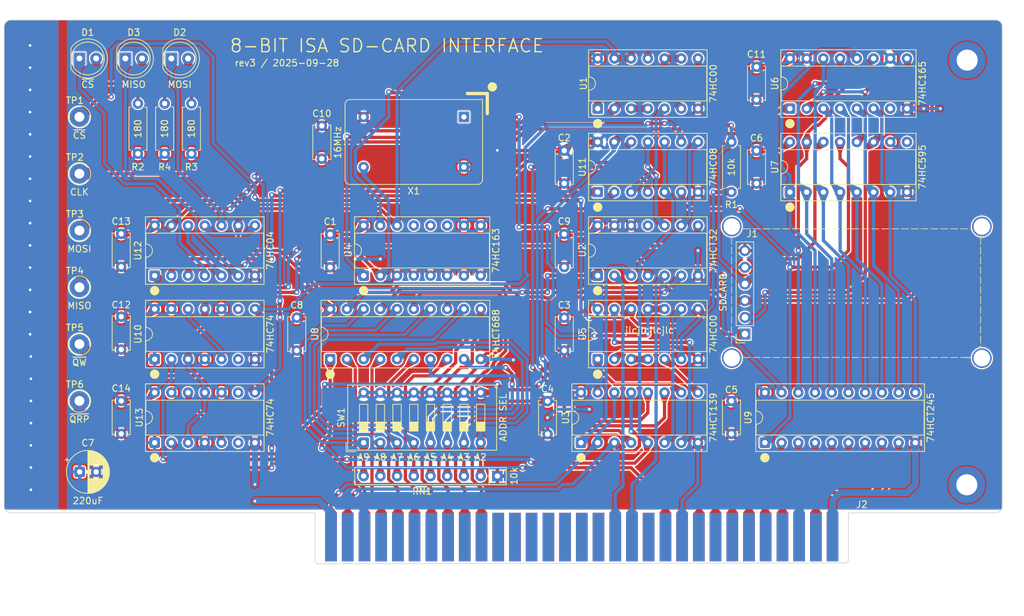
<source format=kicad_pcb>
(kicad_pcb (version 20241229) (generator "pcbnew") (generator_version "9.0")
  (title_block (title "ISA SD CARD") (date "2024-05-26") (rev "rev6"))
  (layers (0 "F.Cu" signal) (2 "B.Cu" signal) (13 "F.Paste" user) (15 "B.Paste" user) (5 "F.SilkS" user "F.Silkscreen") (7 "B.SilkS" user "B.Silkscreen") (1 "F.Mask" user) (3 "B.Mask" user) (25 "Edge.Cuts" user))
  (net 0 "")
  (net 1 "GND")
  (net 2 "VCC")
  (net 7 "CLK")
  (net 8 "~{CS}")
  (net 9 "MISO")
  (net 10 "MOSI")
  (net 22 "CLKSTOP")
  (net 23 "~{CLKSTOP}")
  (net 24 "~{CLK}")
  (net 34 "16MHz")
  (net 39 "A1")
  (net 43 "A2")
  (net 44 "~{PORTSEL}")
  (net 48 "A0")
  (net 50 "~{CLKSTART}")
  (net 52 "Net-(R1-Pad1)")
  (net 53 "~{SDOUT_SET}")
  (net 54 "Net-(RN1-R2)")
  (net 55 "~{SDOUT_RESET}")
  (net 56 "~{SER_RD}")
  (net 57 "Net-(RN1-R8)")
  (net 58 "Net-(RN1-R4)")
  (net 59 "~{SDCS_SET}")
  (net 60 "~{SDCS_RESET}")
  (net 61 "~{SER_WR}")
  (net 62 "D7")
  (net 63 "D4")
  (net 64 "D3")
  (net 65 "Net-(RN1-R7)")
  (net 66 "D5")
  (net 67 "D0")
  (net 68 "D1")
  (net 69 "D2")
  (net 70 "D6")
  (net 71 "Net-(RN1-R3)")
  (net 72 "CS")
  (net 73 "Net-(RN1-R6)")
  (net 74 "A4")
  (net 75 "A5")
  (net 76 "A9")
  (net 77 "A7")
  (net 78 "A6")
  (net 79 "A8")
  (net 80 "AEN")
  (net 81 "A3")
  (net 83 "Net-(RN1-R5)")
  (net 84 "Net-(RN1-R1)")
  (net 85 "Net-(U4-~{MR})")
  (net 86 "Net-(U1-Pad3)")
  (net 87 "Net-(U3B-E)")
  (net 89 "Net-(U3A-E)")
  (net 90 "Net-(U13B-~{Q})")
  (net 91 "~{WR}")
  (net 92 "~{RD}")
  (net 93 "Net-(D1-A)")
  (net 97 "Net-(U5-Pad3)")
  (net 100 "DB3")
  (net 101 "DB2")
  (net 102 "DB1")
  (net 103 "DB5")
  (net 104 "DB0")
  (net 105 "DB6")
  (net 106 "DB4")
  (net 107 "DB7")
  (net 108 "Net-(D2-K)")
  (net 109 "Net-(D3-K)")
  (net 110 "~{RQ_SER_RD}")
  (net 111 "~{SER_RD_AND_PULSE}")
  (net 112 "~{PULSE}")
  (net 114 "Net-(U10B-~{Q})")
  (net 115 "Net-(U10A-Q)")
  (net 117 "Net-(U11-Pad8)")
  (net 118 "Net-(U11-Pad11)")
  (net 119 "Net-(U12-Pad1)")
  (net 120 "Net-(U12-Pad12)")
  (net 121 "Net-(U12-Pad11)")
  (net 122 "Net-(U11-Pad1)")
  (net 124 "Net-(U13A-Q)")
  (net 126 "Net-(D1-K)")
  (net 127 "Net-(D2-A)")
  (net 128 "Net-(D3-A)")
  (footprint "Capacitor_THT:C_Disc_D5.0mm_W2.5mm_P5.00mm" (layer "F.Cu") (at 78.975 75.17 90)
    (property "Reference" "C1")
    (property "Value" "0.1uF")
  )
  (footprint "Package_DIP:DIP-16_W7.62mm_Socket" (layer "F.Cu") (at 148.825 63.74 90)
    (property "Reference" "U7")
    (property "Value" "74HC595")
  )
  (footprint "Button_Switch_THT:SW_DIP_SPSTx08_Slide_9.78x22.5mm_W7.62mm_P2.54mm" (layer "F.Cu") (at 84.055 101.84 90)
    (property "Reference" "SW1")
    (property "Value" "ADDR SEL")
  )
  (footprint "TestPoint:TestPoint_Loop_D2.54mm_Drill1.5mm_Beaded" (layer "F.Cu") (at 40.875 52.31 180)
    (property "Reference" "TP1")
    (property "Value" "~{CS}")
  )
  (footprint "Capacitor_THT:C_Disc_D5.0mm_W2.5mm_P5.00mm" (layer "F.Cu") (at 77.705 58.66 90)
    (property "Reference" "C10")
    (property "Value" "100n")
  )
  (footprint "Capacitor_THT:C_Disc_D5.0mm_W2.5mm_P5.00mm" (layer "F.Cu") (at 47.225 75.09 90)
    (property "Reference" "C13")
    (property "Value" "0.1uF")
  )
  (footprint "Capacitor_THT:C_Disc_D5.0mm_W2.5mm_P5.00mm" (layer "F.Cu") (at 73.895 87.83 90)
    (property "Reference" "C8")
    (property "Value" "0.1uF")
  )
  (footprint "components:ISA_CARD_EDGE_CONNECTOR_8BIT_Rev1" (layer "F.Cu") (at 155.302 120.128)
    (property "Reference" "J2")
    (property "Value" "Bus_ISA_8bit_AB_Rev0")
  )
  (footprint "LED_THT:LED_D5.0mm" (layer "F.Cu") (at 47.855 43.42)
    (property "Reference" "D3")
    (property "Value" "MISO")
  )
  (footprint "Oscillator:Oscillator_DIP-14" (layer "F.Cu") (at 99.295 52.31 180)
    (property "Reference" "X1")
    (property "Value" "16MHz")
  )
  (footprint "Capacitor_THT:C_Disc_D5.0mm_W2.5mm_P5.00mm" (layer "F.Cu") (at 143.745 62.43 90)
    (property "Reference" "C6")
    (property "Value" "0.1uF")
  )
  (footprint "LED_THT:LED_D5.0mm" (layer "F.Cu") (at 54.845 43.42)
    (property "Reference" "D2")
    (property "Value" "MOSI")
  )
  (footprint "Resistor_THT:R_Axial_DIN0207_L6.3mm_D2.5mm_P7.62mm_Horizontal" (layer "F.Cu") (at 53.829 50.278 -90)
    (property "Reference" "R4")
    (property "Value" "180")
  )
  (footprint "Capacitor_THT:C_Disc_D5.0mm_W2.5mm_P5.00mm" (layer "F.Cu") (at 143.745 49.69 90)
    (property "Reference" "C11")
    (property "Value" "0.1uF")
  )
  (footprint "Resistor_THT:R_Axial_DIN0207_L6.3mm_D2.5mm_P7.62mm_Horizontal" (layer "F.Cu") (at 139.935 63.74 90)
    (property "Reference" "R1")
    (property "Value" "10k")
  )
  (footprint "Capacitor_THT:CP_Radial_D6.3mm_P2.50mm" (layer "F.Cu") (at 40.915 106.285)
    (property "Reference" "C7")
    (property "Value" "220uF")
  )
  (footprint "TestPoint:TestPoint_Loop_D2.54mm_Drill1.5mm_Beaded" (layer "F.Cu") (at 40.875 86.854 180)
    (property "Reference" "TP5")
    (property "Value" "~{QW}")
  )
  (footprint "Capacitor_THT:C_Disc_D5.0mm_W2.5mm_P5.00mm" (layer "F.Cu") (at 47.225 100.49 90)
    (property "Reference" "C14")
    (property "Value" "0.1uF")
  )
  (footprint "Capacitor_THT:C_Disc_D5.0mm_W2.5mm_P5.00mm" (layer "F.Cu") (at 114.535 62.43 90)
    (property "Reference" "C2")
    (property "Value" "0.1uF")
  )
  (footprint "Capacitor_THT:C_Disc_D5.0mm_W2.5mm_P5.00mm" (layer "F.Cu") (at 47.225 87.68 90)
    (property "Reference" "C12")
    (property "Value" "0.1uF")
  )
  (footprint "sdcard-holder:sdcard-socket" (layer "F.Cu") (at 141.985 85.33 180)
    (property "Reference" "J1")
    (property "Value" "SDCARD")
  )
  (footprint "Package_DIP:DIP-14_W7.62mm_Socket" (layer "F.Cu") (at 119.615 63.74 90)
    (property "Reference" "U11")
    (property "Value" "74HC08")
  )
  (footprint "Capacitor_THT:C_Disc_D5.0mm_W2.5mm_P5.00mm" (layer "F.Cu") (at 114.535 87.83 90)
    (property "Reference" "C3")
    (property "Value" "0.1uF")
  )
  (footprint "MountingHole:MountingHole_3.2mm_M3_DIN965_Pad_TopBottom" (layer "F.Cu") (at 175.6982 108.2408)
    (property "Reference" "H2")
    (property "Value" "MountingHole_Pad")
  )
  (footprint "Package_DIP:DIP-20_W7.62mm_Socket" (layer "F.Cu") (at 78.975 89.14 90)
    (property "Reference" "U8")
    (property "Value" "74HCT688")
  )
  (footprint "Capacitor_THT:C_Disc_D5.0mm_W2.5mm_P5.00mm" (layer "F.Cu") (at 111.995 100.53 90)
    (property "Reference" "C4")
    (property "Value" "0.1uF")
  )
  (footprint "Package_DIP:DIP-14_W7.62mm_Socket" (layer "F.Cu") (at 119.615 51.04 90)
    (property "Reference" "U1")
    (property "Value" "74HC00")
  )
  (footprint "MountingHole:MountingHole_3.2mm_M3_DIN965_Pad_TopBottom" (layer "F.Cu") (at 175.749 43.674)
    (property "Reference" "H1")
    (property "Value" "MountingHole_Pad")
  )
  (footprint "TestPoint:TestPoint_Loop_D2.54mm_Drill1.5mm_Beaded" (layer "F.Cu") (at 40.875 69.582 180)
    (property "Reference" "TP3")
    (property "Value" "MOSI")
  )
  (footprint "Capacitor_THT:C_Disc_D5.0mm_W2.5mm_P5.00mm" (layer "F.Cu") (at 139.935 100.49 90)
    (property "Reference" "C5")
    (property "Value" "0.1uF")
  )
  (footprint "TestPoint:TestPoint_Loop_D2.54mm_Drill1.5mm_Beaded" (layer "F.Cu") (at 40.875 95.49 180)
    (property "Reference" "TP6")
    (property "Value" "~{QRP}")
  )
  (footprint "Resistor_THT:R_Axial_DIN0207_L6.3mm_D2.5mm_P7.62mm_Horizontal" (layer "F.Cu") (at 49.765 50.278 -90)
    (property "Reference" "R2")
    (property "Value" "180")
  )
  (footprint "Package_DIP:DIP-16_W7.62mm_Socket" (layer "F.Cu") (at 148.825 51.04 90)
    (property "Reference" "U6")
    (property "Value" "74HC165")
  )
  (footprint "Resistor_THT:R_Axial_DIN0207_L6.3mm_D2.5mm_P7.62mm_Horizontal" (layer "F.Cu") (at 57.893 50.278 -90)
    (property "Reference" "R3")
    (property "Value" "180")
  )
  (footprint "TestPoint:TestPoint_Loop_D2.54mm_Drill1.5mm_Beaded" (layer "F.Cu") (at 40.875 60.946 180)
    (property "Reference" "TP2")
    (property "Value" "CLK")
  )
  (footprint "Resistor_THT:R_Array_SIP9" (layer "F.Cu") (at 104.375 106.92 180)
    (property "Reference" "RN1")
    (property "Value" "10k")
  )
  (footprint "Capacitor_THT:C_Disc_D5.0mm_W2.5mm_P5.00mm" (layer "F.Cu") (at 114.535 75.13 90)
    (property "Reference" "C9")
    (property "Value" "0.1uF")
  )
  (footprint "Package_DIP:DIP-14_W7.62mm_Socket" (layer "F.Cu") (at 119.615 89.14 90)
    (property "Reference" "U5")
    (property "Value" "74HC00")
  )
  (footprint "LED_THT:LED_D5.0mm" (layer "F.Cu") (at 40.875 43.42)
    (property "Reference" "D1")
    (property "Value" "~{CS}")
  )
  (footprint "Package_DIP:DIP-20_W7.62mm_Socket" (layer "F.Cu") (at 145.015 101.84 90)
    (property "Reference" "U9")
    (property "Value" "74HCT245")
  )
  (footprint "Package_DIP:DIP-16_W7.62mm_Socket" (layer "F.Cu") (at 84.055 76.44 90)
    (property "Reference" "U4")
    (property "Value" "74HC163")
  )
  (footprint "Package_DIP:DIP-14_W7.62mm_Socket" (layer "F.Cu") (at 119.615 76.44 90)
    (property "Reference" "U2")
    (property "Value" "74HCT32")
  )
  (footprint "Package_DIP:DIP-14_W7.62mm_Socket" (layer "F.Cu") (at 52.305 101.84 90)
    (property "Reference" "U13")
    (property "Value" "74HC74")
  )
  (footprint "TestPoint:TestPoint_Loop_D2.54mm_Drill1.5mm_Beaded" (layer "F.Cu") (at 40.875 78.218 180)
    (property "Reference" "TP4")
    (property "Value" "MISO")
  )
  (footprint "Package_DIP:DIP-16_W7.62mm_Socket" (layer "F.Cu") (at 117.075 101.84 90)
    (property "Reference" "U3")
    (property "Value" "74HCT139")
  )
  (footprint "Package_DIP:DIP-14_W7.62mm_Socket" (layer "F.Cu") (at 52.305 89.14 90)
    (property "Reference" "U10")
    (property "Value" "74HC74")
  )
  (footprint "Package_DIP:DIP-14_W7.62mm_Socket" (layer "F.Cu") (at 52.305 76.44 90)
    (property "Reference" "U12")
    (property "Value" "74HC04")
  )
  (gr_circle (center 52.305 91.426) (end 52.305 92.061) (stroke (width 0.15)) (fill yes) (layer "F.SilkS"))
  (gr_circle (center 84.055 78.726) (end 84.055 79.361) (stroke (width 0.15)) (fill yes) (layer "F.SilkS"))
  (gr_circle (center 119.615 91.426) (end 119.615 92.061) (stroke (width 0.15)) (fill yes) (layer "F.SilkS"))
  (gr_line (start 99.803 48.754) (end 102.851 48.754) (stroke (width 0.5)) (layer "F.SilkS"))
  (gr_circle (center 119.615 53.326) (end 119.615 53.961) (stroke (width 0.15)) (fill yes) (layer "F.SilkS"))
  (gr_line (start 102.851 48.754) (end 102.851 51.802) (stroke (width 0.5)) (layer "F.SilkS"))
  (gr_circle (center 117.075 104.126) (end 117.075 104.761) (stroke (width 0.15)) (fill yes) (layer "F.SilkS"))
  (gr_circle (center 52.305 104.126) (end 52.305 104.761) (stroke (width 0.15)) (fill yes) (layer "F.SilkS"))
  (gr_circle (center 148.825 66.026) (end 148.825 66.661) (stroke (width 0.15)) (fill yes) (layer "F.SilkS"))
  (gr_circle (center 119.615 66.026) (end 119.615 66.661) (stroke (width 0.15)) (fill yes) (layer "F.SilkS"))
  (gr_circle (center 145.015 104.126) (end 145.015 104.761) (stroke (width 0.15)) (fill yes) (layer "F.SilkS"))
  (gr_circle (center 119.615 78.726) (end 119.615 79.361) (stroke (width 0.15)) (fill yes) (layer "F.SilkS"))
  (gr_circle (center 78.975 91.426) (end 78.975 92.061) (stroke (width 0.15)) (fill yes) (layer "F.SilkS"))
  (gr_circle (center 52.305 78.726) (end 52.305 79.361) (stroke (width 0.15)) (fill yes) (layer "F.SilkS"))
  (gr_circle (center 103.613 47.738) (end 103.613 48.373) (stroke (width 0.15)) (fill yes) (layer "F.SilkS"))
  (gr_circle (center 148.825 53.326) (end 148.825 53.961) (stroke (width 0.15)) (fill yes) (layer "F.SilkS"))
  (gr_line (start 181.083 111.508) (end 181.083 49.77) (stroke (width 0.1)) (layer "Edge.Cuts"))
  (gr_line (start 30.445 37.578) (end 180.083 37.578) (stroke (width 0.1)) (layer "Edge.Cuts"))
  (gr_arc (start 29.445 38.578) (mid 29.737893 37.870893) (end 30.445 37.578) (stroke (width 0.1)) (layer "Edge.Cuts"))
  (gr_line (start 29.445 111.508) (end 29.445 48.23) (stroke (width 0.1)) (layer "Edge.Cuts"))
  (gr_arc (start 181.083 111.508) (mid 180.790107 112.215107) (end 180.083 112.508) (stroke (width 0.1)) (layer "Edge.Cuts"))
  (gr_line (start 31.223 112.508) (end 63.989 112.508) (stroke (width 0.1)) (layer "Edge.Cuts"))
  (gr_line (start 157.215784 120.128782) (end 77.189784 120.254215) (stroke (width 0.1)) (layer "Edge.Cuts"))
  (gr_line (start 157.715 119.628783) (end 157.715 112.508) (stroke (width 0.1)) (layer "Edge.Cuts"))
  (gr_arc (start 180.083 37.578) (mid 180.790107 37.870893) (end 181.083 38.578) (stroke (width 0.1)) (layer "Edge.Cuts"))
  (gr_line (start 31.223 112.508) (end 30.445 112.508) (stroke (width 0.1)) (layer "Edge.Cuts"))
  (gr_line (start 181.083 48.23) (end 181.083 49.77) (stroke (width 0.1)) (layer "Edge.Cuts"))
  (gr_line (start 76.689 112.508) (end 63.989 112.508) (stroke (width 0.1)) (layer "Edge.Cuts"))
  (gr_line (start 29.445 48.23) (end 29.445 38.578) (stroke (width 0.1)) (layer "Edge.Cuts"))
  (gr_arc (start 30.445 112.508) (mid 29.737893 112.215107) (end 29.445 111.508) (stroke (width 0.1)) (layer "Edge.Cuts"))
  (gr_line (start 181.083 48.23) (end 181.083 38.578) (stroke (width 0.1)) (layer "Edge.Cuts"))
  (gr_arc (start 77.189784 120.254215) (mid 76.835719 120.108047) (end 76.689 119.754216) (stroke (width 0.1)) (layer "Edge.Cuts"))
  (gr_line (start 76.689 119.754216) (end 76.689 112.508) (stroke (width 0.1)) (layer "Edge.Cuts"))
  (gr_line (start 157.715 112.508) (end 180.083 112.508) (stroke (width 0.1)) (layer "Edge.Cuts"))
  (gr_arc (start 157.715 119.628783) (mid 157.56883 119.982059) (end 157.215784 120.128782) (stroke (width 0.1)) (layer "Edge.Cuts"))
  (gr_text "8-BIT ISA SD-CARD INTERFACE" (at 63.608 42.658 0) (layer "F.SilkS") (effects (font (size 2 2) (thickness 0.2)) (justify left bottom)))
  (gr_text "A2" (at 100.819 104.634 0) (layer "F.SilkS") (effects (font (size 1 1)) (justify left bottom)))
  (gr_text "A9" (at 83.039 104.634 0) (layer "F.SilkS") (effects (font (size 1 1)) (justify left bottom)))
  (gr_text "A4" (at 95.739 104.634 0) (layer "F.SilkS") (effects (font (size 1 1)) (justify left bottom)))
  (gr_text "A3" (at 98.279 104.634 0) (layer "F.SilkS") (effects (font (size 1 1)) (justify left bottom)))
  (gr_text "jlcjlcjlcjlc" (at 123.679 85.33 0) (layer "F.SilkS") (effects (font (size 1 1)) (justify left bottom)))
  (gr_text "A8" (at 85.579 104.634 0) (layer "F.SilkS") (effects (font (size 1 1)) (justify left bottom)))
  (gr_text "rev3 / 2025-09-28" (at 64.37 44.69 0) (layer "F.SilkS") (effects (font (size 1 1)) (justify left bottom)))
  (gr_text "A6" (at 90.659 104.634 0) (layer "F.SilkS") (effects (font (size 1 1)) (justify left bottom)))
  (gr_text "A5" (at 93.199 104.634 0) (layer "F.SilkS") (effects (font (size 1 1)) (justify left bottom)))
  (gr_text "A7" (at 88.119 104.634 0) (layer "F.SilkS") (effects (font (size 1 1)) (justify left bottom)))
  (segment (start 106.803777 89.251223) (end 108.225 87.83) (width 0.5) (layer "F.Cu") (net 1))
  (segment (start 118.345 96.76) (end 118.345 92.95) (width 0.5) (layer "F.Cu") (net 1))
  (segment (start 89.135 76.44) (end 86.595 73.9) (width 0.5) (layer "F.Cu") (net 1))
  (segment (start 82.785 73.9) (end 80.245 73.9) (width 0.5) (layer "F.Cu") (net 1))
  (segment (start 134.855 72.63) (end 141.985 72.63) (width 0.5) (layer "F.Cu") (net 1))
  (segment (start 67.545 110.73) (end 67.545 108.19) (width 1) (layer "F.Cu") (net 1))
  (segment (start 80.245 73.9) (end 78.975 75.17) (width 0.5) (layer "F.Cu") (net 1))
  (segment (start 108.225 87.83) (end 114.535 87.83) (width 0.5) (layer "F.Cu") (net 1))
  (segment (start 111.995 100.53) (end 111.995 98.03) (width 0.5) (layer "F.Cu") (net 1))
  (segment (start 114.535 89.14) (end 114.535 87.83) (width 0.5) (layer "F.Cu") (net 1))
  (segment (start 118.345 92.95) (end 114.535 89.14) (width 0.5) (layer "F.Cu") (net 1))
  (via (at 33.509 88.7336) (size 0.8) (drill 0.4) (layers "F.Cu" "B.Cu") (net 1))
  (via (at 67.545 108.19) (size 0.8) (drill 0.4) (layers "F.Cu" "B.Cu") (net 1))
  (via (at 33.382 54.9516) (size 0.8) (drill 0.4) (layers "F.Cu" "B.Cu") (net 1))
  (via (at 33.382 85.3554) (size 0.8) (drill 0.4) (layers "F.Cu" "B.Cu") (net 1))
  (via (at 67.545 110.73) (size 0.8) (drill 0.4) (layers "F.Cu" "B.Cu") (net 1))
  (via (at 33.382 44.817) (size 0.8) (drill 0.4) (layers "F.Cu" "B.Cu") (net 1))
  (via (at 33.382 81.9772) (size 0.8) (drill 0.4) (layers "F.Cu" "B.Cu") (net 1))
  (via (at 33.509 92.1118) (size 0.8) (drill 0.4) (layers "F.Cu" "B.Cu") (net 1))
  (via (at 134.855 72.63) (size 0.8) (drill 0.4) (layers "F.Cu" "B.Cu") (net 1))
  (via (at 86.595 73.9) (size 0.8) (drill 0.4) (layers "F.Cu" "B.Cu") (net 1))
  (via (at 33.382 65.0862) (size 0.8) (drill 0.4) (layers "F.Cu" "B.Cu") (net 1))
  (via (at 33.382 48.1952) (size 0.8) (drill 0.4) (layers "F.Cu" "B.Cu") (net 1))
  (via (at 33.382 58.3298) (size 0.8) (drill 0.4) (layers "F.Cu" "B.Cu") (net 1))
  (via (at 33.509 95.49) (size 0.8) (drill 0.4) (layers "F.Cu" "B.Cu") (net 1))
  (via (at 82.785 73.9) (size 0.8) (drill 0.4) (layers "F.Cu" "B.Cu") (net 1))
  (via (at 33.509 102.2464) (size 0.8) (drill 0.4) (layers "F.Cu" "B.Cu") (net 1))
  (via (at 33.382 78.599) (size 0.8) (drill 0.4) (layers "F.Cu" "B.Cu") (net 1))
  (via (at 33.382 68.4644) (size 0.8) (drill 0.4) (layers "F.Cu" "B.Cu") (net 1))
  (via (at 33.382 71.8426) (size 0.8) (drill 0.4) (layers "F.Cu" "B.Cu") (net 1))
  (via (at 171.685 51.04) (size 0.8) (drill 0.4) (layers "F.Cu" "B.Cu") (net 1))
  (via (at 33.382 41.4388) (size 0.8) (drill 0.4) (layers "F.Cu" "B.Cu") (net 1))
  (via (at 118.345 96.76) (size 0.8) (drill 0.4) (layers "F.Cu" "B.Cu") (net 1))
  (via (at 33.509 105.6246) (size 0.8) (drill 0.4) (layers "F.Cu" "B.Cu") (net 1))
  (via (at 169.145 51.04) (size 0.8) (drill 0.4) (layers "F.Cu" "B.Cu") (net 1))
  (via (at 33.382 51.5734) (size 0.8) (drill 0.4) (layers "F.Cu" "B.Cu") (net 1))
  (via (at 111.995 98.03) (size 0.8) (drill 0.4) (layers "F.Cu" "B.Cu") (net 1))
  (via (at 106.803777 89.251223) (size 0.8) (drill 0.4) (layers "F.Cu" "B.Cu") (net 1))
  (via (at 33.509 98.8682) (size 0.8) (drill 0.4) (layers "F.Cu" "B.Cu") (net 1))
  (via (at 33.509 109.0028) (size 0.8) (drill 0.4) (layers "F.Cu" "B.Cu") (net 1))
  (via (at 33.382 61.708) (size 0.8) (drill 0.4) (layers "F.Cu" "B.Cu") (net 1))
  (via (at 33.382 75.2208) (size 0.8) (drill 0.4) (layers "F.Cu" "B.Cu") (net 1))
  (segment (start 132.442 110.603) (end 134.855 108.19) (width 0.5) (layer "B.Cu") (net 1))
  (segment (start 78.906 111.931) (end 78.477529 111.930999) (width 1) (layer "B.Cu") (net 1))
  (segment (start 78.477529 111.930999) (end 77.20753 110.661) (width 1) (layer "B.Cu") (net 1))
  (segment (start 166.605 109.46) (end 167.875 108.19) (width 1) (layer "B.Cu") (net 1))
  (segment (start 113.265 96.76) (end 118.345 96.76) (width 0.5) (layer "B.Cu") (net 1))
  (segment (start 101.835 89.14) (end 106.692554 89.14) (width 0.5) (layer "B.Cu") (net 1))
  (segment (start 79.102 116.318) (end 79.102 112.127) (width 1) (layer "B.Cu") (net 1))
  (segment (start 156.445 109.46) (end 166.605 109.46) (width 1) (layer "B.Cu") (net 1))
  (segment (start 167.875 108.19) (end 167.875 101.84) (width 1) (layer "B.Cu") (net 1))
  (segment (start 166.605 51.04) (end 169.145 51.04) (width 0.5) (layer "B.Cu") (net 1))
  (segment (start 134.855 76.44) (end 134.855 72.63) (width 0.5) (layer "B.Cu") (net 1))
  (segment (start 111.995 98.03) (end 113.265 96.76) (width 0.5) (layer "B.Cu") (net 1))
  (segment (start 79.102 112.127) (end 78.906 111.931) (width 1) (layer "B.Cu") (net 1))
  (segment (start 86.595 73.9) (end 82.785 73.9) (width 0.5) (layer "B.Cu") (net 1))
  (segment (start 155.302 116.318) (end 155.302 110.603) (width 1) (layer "B.Cu") (net 1))
  (segment (start 132.442 116.318) (end 132.442 110.603) (width 0.5) (layer "B.Cu") (net 1))
  (segment (start 155.302 110.603) (end 156.445 109.46) (width 1) (layer "B.Cu") (net 1))
  (segment (start 106.692554 89.14) (end 106.803777 89.251223) (width 0.5) (layer "B.Cu") (net 1))
  (segment (start 67.545 108.19) (end 67.545 101.84) (width 1) (layer "B.Cu") (net 1))
  (segment (start 67.614 110.661) (end 67.545 110.73) (width 1) (layer "B.Cu") (net 1))
  (segment (start 134.855 108.19) (end 134.855 101.84) (width 0.5) (layer "B.Cu") (net 1))
  (segment (start 169.145 51.04) (end 171.685 51.04) (width 0.5) (layer "B.Cu") (net 1))
  (segment (start 77.20753 110.661) (end 67.614 110.661) (width 1) (layer "B.Cu") (net 1))
  (segment (start 47.225 70.09) (end 51.035 70.09) (width 0.5) (layer "F.Cu") (net 2))
  (segment (start 104.375 94.22) (end 105.685 95.53) (width 0.5) (layer "F.Cu") (net 2))
  (segment (start 105.685 95.53) (end 111.995 95.53) (width 0.5) (layer "F.Cu") (net 2))
  (segment (start 47.225 82.68) (end 51.145 82.68) (width 0.5) (layer "F.Cu") (net 2))
  (segment (start 147.515 57.43) (end 148.825 56.12) (width 0.5) (layer "F.Cu") (net 2))
  (segment (start 118.305 70.13) (end 119.615 68.82) (width 0.5) (layer "F.Cu") (net 2))
  (segment (start 115.845 56.12) (end 114.535 57.43) (width 0.5) (layer "F.Cu") (net 2))
  (segment (start 114.535 70.13) (end 118.305 70.13) (width 0.5) (layer "F.Cu") (net 2))
  (segment (start 78.975 70.17) (end 82.705 70.17) (width 0.5) (layer "F.Cu") (net 2))
  (segment (start 47.225 95.49) (end 51.035 95.49) (width 0.5) (layer "F.Cu") (net 2))
  (segment (start 143.745 44.69) (end 147.555 44.69) (width 0.5) (layer "F.Cu") (net 2))
  (segment (start 51.035 95.49) (end 52.305 94.22) (width 0.5) (layer "F.Cu") (net 2))
  (segment (start 104.415 57.43) (end 104.375 57.39) (width 0.5) (layer "F.Cu") (net 2))
  (segment (start 147.555 44.69) (end 148.825 43.42) (width 0.5) (layer "F.Cu") (net 2))
  (segment (start 51.035 70.09) (end 52.305 68.82) (width 0.5) (layer "F.Cu") (net 2))
  (segment (start 78.975 81.52) (end 78.900082 81.52) (width 1) (layer "F.Cu") (net 2))
  (segment (start 51.145 82.68) (end 52.305 81.52) (width 0.5) (layer "F.Cu") (net 2))
  (segment (start 143.745 57.43) (end 147.515 57.43) (width 0.5) (layer "F.Cu") (net 2))
  (segment (start 73.895 82.83) (end 77.665 82.83) (width 0.5) (layer "F.Cu") (net 2))
  (segment (start 114.535 57.43) (end 104.415 57.43) (width 0.5) (layer "F.Cu") (net 2))
  (segment (start 77.665 82.83) (end 78.975 81.52) (width 0.5) (layer "F.Cu") (net 2))
  (segment (start 82.705 70.17) (end 84.055 68.82) (width 0.5) (layer "F.Cu") (net 2))
  (segment (start 119.615 56.12) (end 115.845 56.12) (width 0.5) (layer "F.Cu") (net 2))
  (segment (start 78.900082 81.52) (end 75.127541 77.747459) (width 1) (layer "F.Cu") (net 2))
  (segment (start 101.835 94.22) (end 104.375 94.22) (width 0.5) (layer "F.Cu") (net 2))
  (via (at 104.375 57.39) (size 0.8) (drill 0.4) (layers "F.Cu" "B.Cu") (net 2))
  (via (at 75.127541 77.747459) (size 0.8) (drill 0.4) (layers "F.Cu" "B.Cu") (net 2))
  (segment (start 75.127541 74.017459) (end 75.127541 77.747459) (width 0.5) (layer "B.Cu") (net 2))
  (segment (start 114.535 94.22) (end 117.075 94.22) (width 0.5) (layer "B.Cu") (net 2))
  (segment (start 114.535 43.42) (end 119.615 43.42) (width 0.5) (layer "B.Cu") (net 2))
  (segment (start 62.465 109.46) (end 59.925 106.92) (width 1) (layer "B.Cu") (net 2))
  (segment (start 113.225 95.53) (end 114.535 94.22) (width 0.5) (layer "B.Cu") (net 2))
  (segment (start 111.995 95.53) (end 113.225 95.53) (width 0.5) (layer "B.Cu") (net 2))
  (segment (start 118.697496 83.641) (end 115.346 83.641) (width 0.5) (layer "B.Cu") (net 2))
  (segment (start 145.015 95.49) (end 145.015 94.22) (width 1) (layer "B.Cu") (net 2))
  (segment (start 150.222 109.587) (end 142.475 101.84) (width 1) (layer "B.Cu") (net 2))
  (segment (start 104.375 57.39) (end 101.835 59.93) (width 0.5) (layer "B.Cu") (net 2))
  (segment (start 150.222 116.318) (end 150.222 109.587) (width 1) (layer "B.Cu") (net 2))
  (segment (start 142.475 98.03) (end 139.935 95.49) (width 1) (layer "B.Cu") (net 2))
  (segment (start 78.975 70.17) (end 75.127541 74.017459) (width 0.5) (layer "B.Cu") (net 2))
  (segment (start 142.475 101.84) (end 142.475 98.03) (width 1) (layer "B.Cu") (net 2))
  (segment (start 84.182 112.127) (end 82.785 110.73) (width 1) (layer "B.Cu") (net 2))
  (segment (start 59.925 106.92) (end 59.925 101.84) (width 1) (layer "B.Cu") (net 2))
  (segment (start 142.475 98.03) (end 145.015 95.49) (width 1) (layer "B.Cu") (net 2))
  (segment (start 78.975 110.73) (end 77.705 109.46) (width 1) (layer "B.Cu") (net 2))
  (segment (start 101.835 59.93) (end 99.295 59.93) (width 0.5) (layer "B.Cu") (net 2))
  (segment (start 104.375 53.58) (end 114.535 43.42) (width 0.5) (layer "B.Cu") (net 2))
  (segment (start 115.346 83.641) (end 114.535 82.83) (width 0.5) (layer "B.Cu") (net 2))
  (segment (start 82.785 110.73) (end 78.975 110.73) (width 1) (layer "B.Cu") (net 2))
  (segment (start 77.705 109.46) (end 62.465 109.46) (width 1) (layer "B.Cu") (net 2))
  (segment (start 119.615 82.723496) (end 118.697496 83.641) (width 0.5) (layer "B.Cu") (net 2))
  (segment (start 84.055 94.22) (end 101.835 94.22) (width 0.5) (layer "B.Cu") (net 2))
  (segment (start 104.375 57.39) (end 104.375 53.58) (width 0.5) (layer "B.Cu") (net 2))
  (segment (start 119.615 81.52) (end 119.615 82.723496) (width 0.5) (layer "B.Cu") (net 2))
  (segment (start 84.182 116.318) (end 84.182 112.127) (width 1) (layer "B.Cu") (net 2))
  (segment (start 127.235 38.34) (end 124.695 40.88) (width 0.5) (layer "F.Cu") (net 7))
  (segment (start 124.695 40.88) (end 124.695 43.42) (width 0.5) (layer "F.Cu") (net 7))
  (segment (start 160.274 76.421) (end 157.715 78.98) (width 0.5) (layer "F.Cu") (net 7))
  (segment (start 165.316 42.901818) (end 160.754182 38.34) (width 0.5) (layer "F.Cu") (net 7))
  (segment (start 40.875 60.946) (end 60.941 60.946) (width 0.5) (layer "F.Cu") (net 7))
  (segment (start 162.795 48.5) (end 165.316 45.979) (width 0.5) (layer "F.Cu") (net 7))
  (segment (start 66.275 66.28) (end 86.595 66.28) (width 0.5) (layer "F.Cu") (net 7))
  (segment (start 165.316 45.979) (end 165.316 42.901818) (width 0.5) (layer "F.Cu") (net 7))
  (segment (start 161.525 56.12) (end 162.795 54.85) (width 0.5) (layer "F.Cu") (net 7))
  (segment (start 162.795 54.85) (end 162.795 48.5) (width 0.5) (layer "F.Cu") (net 7))
  (segment (start 60.941 60.946) (end 66.275 66.28) (width 0.5) (layer "F.Cu") (net 7))
  (segment (start 122.155 43.42) (end 124.695 43.42) (width 0.5) (layer "F.Cu") (net 7))
  (segment (start 161.525 56.12) (end 160.274 57.371) (width 0.5) (layer "F.Cu") (net 7))
  (segment (start 160.754182 38.34) (end 127.235 38.34) (width 0.5) (layer "F.Cu") (net 7))
  (segment (start 157.715 78.98) (end 145.015 78.98) (width 0.5) (layer "F.Cu") (net 7))
  (segment (start 86.595 66.28) (end 89.135 68.82) (width 0.5) (layer "F.Cu") (net 7))
  (segment (start 160.274 57.371) (end 160.274 76.421) (width 0.5) (layer "F.Cu") (net 7))
  (via (at 145.015 78.98) (size 0.8) (drill 0.4) (layers "F.Cu" "B.Cu") (net 7))
  (segment (start 145.015 81.52) (end 143.745 82.79) (width 0.5) (layer "B.Cu") (net 7))
  (segment (start 143.745 82.79) (end 141.985 82.79) (width 0.5) (layer "B.Cu") (net 7))
  (segment (start 89.135 48.5) (end 96.755 40.88) (width 0.5) (layer "B.Cu") (net 7))
  (segment (start 122.155 42.15) (end 122.155 43.42) (width 0.5) (layer "B.Cu") (net 7))
  (segment (start 120.885 40.88) (end 122.155 42.15) (width 0.5) (layer "B.Cu") (net 7))
  (segment (start 96.755 40.88) (end 120.885 40.88) (width 0.5) (layer "B.Cu") (net 7))
  (segment (start 145.015 78.98) (end 145.015 81.52) (width 0.5) (layer "B.Cu") (net 7))
  (segment (start 89.135 68.82) (end 89.135 48.5) (width 0.5) (layer "B.Cu") (net 7))
  (segment (start 123.425 82.79) (end 118.345 82.79) (width 0.5) (layer "F.Cu") (net 8))
  (segment (start 124.695 82.79) (end 124.695 81.52) (width 0.5) (layer "F.Cu") (net 8))
  (segment (start 117.075 65.01) (end 68.053 65.01) (width 0.5) (layer "F.Cu") (net 8))
  (segment (start 40.875 52.31) (end 43.923 49.262) (width 0.5) (layer "F.Cu") (net 8))
  (segment (start 43.923 49.262) (end 45.701 49.262) (width 0.5) (layer "F.Cu") (net 8))
  (segment (start 134.855 81.52) (end 138.665 85.33) (width 0.5) (layer "F.Cu") (net 8))
  (segment (start 138.665 85.33) (end 141.985 85.33) (width 0.5) (layer "F.Cu") (net 8))
  (segment (start 125.965 84.06) (end 124.695 82.79) (width 0.5) (layer "F.Cu") (net 8))
  (segment (start 132.315 84.06) (end 125.965 84.06) (width 0.5) (layer "F.Cu") (net 8))
  (segment (start 124.695 81.52) (end 123.425 82.79) (width 0.5) (layer "F.Cu") (net 8))
  (segment (start 68.053 65.01) (end 67.545 64.502) (width 0.5) (layer "F.Cu") (net 8))
  (segment (start 134.855 81.52) (end 132.315 84.06) (width 0.5) (layer "F.Cu") (net 8))
  (via (at 117.075 65.01) (size 0.8) (drill 0.4) (layers "F.Cu" "B.Cu") (net 8))
  (via (at 67.545 64.502) (size 0.8) (drill 0.4) (layers "F.Cu" "B.Cu") (net 8))
  (via (at 118.345 82.79) (size 0.8) (drill 0.4) (layers "F.Cu" "B.Cu") (net 8))
  (via (at 45.701 49.262) (size 0.8) (drill 0.4) (layers "F.Cu" "B.Cu") (net 8))
  (segment (start 67.545 62.657496) (end 61.195 56.307496) (width 0.5) (layer "B.Cu") (net 8))
  (segment (start 45.701 42.15) (end 45.701 49.262) (width 0.5) (layer "B.Cu") (net 8))
  (segment (start 117.075 81.52) (end 117.075 65.01) (width 0.5) (layer "B.Cu") (net 8))
  (segment (start 59.163 41.134) (end 46.717 41.134) (width 0.5) (layer "B.Cu") (net 8))
  (segment (start 46.717 41.134) (end 45.701 42.15) (width 0.5) (layer "B.Cu") (net 8))
  (segment (start 118.345 82.79) (end 117.075 81.52) (width 0.5) (layer "B.Cu") (net 8))
  (segment (start 61.195 43.166) (end 59.163 41.134) (width 0.5) (layer "B.Cu") (net 8))
  (segment (start 61.195 56.307496) (end 61.195 43.166) (width 0.5) (layer "B.Cu") (net 8))
  (segment (start 67.545 64.502) (end 67.545 62.657496) (width 0.5) (layer "B.Cu") (net 8))
  (segment (start 138.096 54.149) (end 128.505 54.149) (width 0.5) (layer "F.Cu") (net 9))
  (segment (start 152.616 71.312496) (end 150.028496 73.9) (width 0.5) (layer "F.Cu") (net 9))
  (segment (start 40.875 76.44) (end 40.875 78.218) (width 0.5) (layer "F.Cu") (net 9))
  (segment (start 108.886 54.149) (end 106.915 56.12) (width 0.5) (layer "F.Cu") (net 9))
  (segment (start 150.028496 73.9) (end 145.795 73.9) (width 0.5) (layer "F.Cu") (net 9))
  (segment (start 106.915 56.12) (end 78.975 56.12) (width 0.5) (layer "F.Cu") (net 9))
  (segment (start 44.685 72.63) (end 40.875 76.44) (width 0.5) (layer "F.Cu") (net 9))
  (segment (start 78.975 56.12) (end 73.895 56.12) (width 0.5) (layer "F.Cu") (net 9))
  (segment (start 54.845 68.82) (end 57.385 66.28) (width 0.5) (layer "F.Cu") (net 9))
  (segment (start 73.895 56.12) (end 66.275 63.74) (width 0.5) (layer "F.Cu") (net 9))
  (segment (start 128.505 54.149) (end 108.886 54.149) (width 0.5) (layer "F.Cu") (net 9))
  (segment (start 138.665 53.58) (end 138.096 54.149) (width 0.5) (layer "F.Cu") (net 9))
  (segment (start 153.905 56.12) (end 152.616 57.409) (width 0.5) (layer "F.Cu") (net 9))
  (segment (start 145.795 73.9) (end 141.985 77.71) (width 0.5) (layer "F.Cu") (net 9))
  (segment (start 152.616 57.409) (end 152.616 71.312496) (width 0.5) (layer "F.Cu") (net 9))
  (segment (start 54.845 68.82) (end 51.035 72.63) (width 0.5) (layer "F.Cu") (net 9))
  (segment (start 57.385 66.28) (end 63.735 66.28) (width 0.5) (layer "F.Cu") (net 9))
  (segment (start 139.935 53.58) (end 138.665 53.58) (width 0.5) (layer "F.Cu") (net 9))
  (segment (start 51.035 72.63) (end 44.685 72.63) (width 0.5) (layer "F.Cu") (net 9))
  (via (at 66.275 63.74) (size 0.8) (drill 0.4) (layers "F.Cu" "B.Cu") (net 9))
  (via (at 63.735 66.28) (size 0.8) (drill 0.4) (layers "F.Cu" "B.Cu") (net 9))
  (via (at 139.935 53.58) (size 0.8) (drill 0.4) (layers "F.Cu" "B.Cu") (net 9))
  (segment (start 139.935 56.12) (end 139.935 53.58) (width 0.5) (layer "B.Cu") (net 9))
  (segment (start 138.034 58.021) (end 139.935 56.12) (width 0.5) (layer "B.Cu") (net 9))
  (segment (start 138.034 73.759) (end 138.034 58.021) (width 0.5) (layer "B.Cu") (net 9))
  (segment (start 66.275 63.74) (end 63.735 66.28) (width 0.5) (layer "B.Cu") (net 9))
  (segment (start 141.985 77.71) (end 138.034 73.759) (width 0.5) (layer "B.Cu") (net 9))
  (segment (start 89.413636 77.71) (end 88.143636 78.98) (width 0.5) (layer "F.Cu") (net 10))
  (segment (start 130.127496 78.129) (end 129.422504 78.129) (width 0.5) (layer "F.Cu") (net 10))
  (segment (start 137.395 78.98) (end 130.626 78.98) (width 0.5) (layer "F.Cu") (net 10))
  (segment (start 108.687496 79.681) (end 108.537496 79.831) (width 0.5) (layer "F.Cu") (net 10))
  (segment (start 166.605 44.69) (end 166.605 43.42) (width 0.5) (layer "F.Cu") (net 10))
  (segment (start 107.334 78.98) (end 106.346 78.98) (width 0.5) (layer "F.Cu") (net 10))
  (segment (start 107.832504 79.831) (end 107.334 79.332496) (width 0.5) (layer "F.Cu") (net 10))
  (segment (start 129.422504 78.129) (end 129.272504 78.279) (width 0.5) (layer "F.Cu") (net 10))
  (segment (start 111.492504 79.681) (end 108.687496 79.681) (width 0.5) (layer "F.Cu") (net 10))
  (segment (start 112.846 79.332496) (end 112.347496 79.831) (width 0.5) (layer "F.Cu") (net 10))
  (segment (start 130.626 78.627504) (end 130.127496 78.129) (width 0.5) (layer "F.Cu") (net 10))
  (segment (start 129.272504 78.279) (end 118.054636 78.279) (width 0.5) (layer "F.Cu") (net 10))
  (segment (start 106.346 78.689636) (end 105.366364 77.71) (width 0.5) (layer "F.Cu") (net 10))
  (segment (start 111.642504 79.831) (end 111.492504 79.681) (width 0.5) (layer "F.Cu") (net 10))
  (segment (start 45.447 65.01) (end 40.875 69.582) (width 0.5) (layer "F.Cu") (net 10))
  (segment (start 112.846 78.98) (end 112.846 79.332496) (width 0.5) (layer "F.Cu") (net 10))
  (segment (start 170.415 76.44) (end 170.415 48.5) (width 0.5) (layer "F.Cu") (net 10))
  (segment (start 117.353636 78.98) (end 112.846 78.98) (width 0.5) (layer "F.Cu") (net 10))
  (segment (start 112.347496 79.831) (end 111.642504 79.831) (width 0.5) (layer "F.Cu") (net 10))
  (segment (start 105.366364 77.71) (end 89.413636 77.71) (width 0.5) (layer "F.Cu") (net 10))
  (segment (start 63.735 65.01) (end 45.447 65.01) (width 0.5) (layer "F.Cu") (net 10))
  (segment (start 65.005 66.28) (end 63.735 65.01) (width 0.5) (layer "F.Cu") (net 10))
  (segment (start 71.355 72.63) (end 66.275 72.63) (width 0.5) (layer "F.Cu") (net 10))
  (segment (start 108.537496 79.831) (end 107.832504 79.831) (width 0.5) (layer "F.Cu") (net 10))
  (segment (start 88.143636 78.98) (end 77.705 78.98) (width 0.5) (layer "F.Cu") (net 10))
  (segment (start 170.415 48.5) (end 166.605 44.69) (width 0.5) (layer "F.Cu") (net 10))
  (segment (start 166.605 80.25) (end 170.415 76.44) (width 0.5) (layer "F.Cu") (net 10))
  (segment (start 65.005 71.36) (end 65.005 68.82) (width 0.5) (layer "F.Cu") (net 10))
  (segment (start 138.665 80.25) (end 137.395 78.98) (width 0.5) (layer "F.Cu") (net 10))
  (segment (start 65.005 68.82) (end 65.005 66.28) (width 0.5) (layer "F.Cu") (net 10))
  (segment (start 118.054636 78.279) (end 117.353636 78.98) (width 0.5) (layer "F.Cu") (net 10))
  (segment (start 141.985 80.25) (end 166.605 80.25) (width 0.5) (layer "F.Cu") (net 10))
  (segment (start 66.275 72.63) (end 65.005 71.36) (width 0.5) (layer "F.Cu") (net 10))
  (segment (start 141.985 80.25) (end 138.665 80.25) (width 0.5) (layer "F.Cu") (net 10))
  (segment (start 107.334 79.332496) (end 107.334 78.98) (width 0.5) (layer "F.Cu") (net 10))
  (segment (start 77.705 78.98) (end 71.355 72.63) (width 0.5) (layer "F.Cu") (net 10))
  (segment (start 106.346 78.98) (end 106.346 78.689636) (width 0.5) (layer "F.Cu") (net 10))
  (segment (start 130.626 78.98) (end 130.626 78.627504) (width 0.5) (layer "F.Cu") (net 10))
  (segment (start 129.775 45.96) (end 129.775 43.42) (width 0.5) (layer "F.Cu") (net 22))
  (segment (start 87.865 48.5) (end 88.004318 48.639318) (width 0.5) (layer "F.Cu") (net 22))
  (segment (start 121.864636 46.529) (end 129.206 46.529) (width 0.5) (layer "F.Cu") (net 22))
  (segment (start 88.004318 48.639318) (end 119.754318 48.639318) (width 0.5) (layer "F.Cu") (net 22))
  (segment (start 132.315 43.42) (end 129.775 43.42) (width 0.5) (layer "F.Cu") (net 22))
  (segment (start 129.206 46.529) (end 129.775 45.96) (width 0.5) (layer "F.Cu") (net 22))
  (segment (start 119.754318 48.639318) (end 121.864636 46.529) (width 0.5) (layer "F.Cu") (net 22))
  (via (at 87.865 48.5) (size 0.8) (drill 0.4) (layers "F.Cu" "B.Cu") (net 22))
  (segment (start 82.785 61.2) (end 82.785 57.39) (width 0.5) (layer "B.Cu") (net 22))
  (segment (start 86.595 68.82) (end 86.595 65.01) (width 0.5) (layer "B.Cu") (net 22))
  (segment (start 87.865 52.31) (end 87.865 48.5) (width 0.5) (layer "B.Cu") (net 22))
  (segment (start 85.325 54.85) (end 87.865 52.31) (width 0.5) (layer "B.Cu") (net 22))
  (segment (start 82.785 57.39) (end 85.325 54.85) (width 0.5) (layer "B.Cu") (net 22))
  (segment (start 86.595 65.01) (end 82.785 61.2) (width 0.5) (layer "B.Cu") (net 22))
  (segment (start 119.615 51.04) (end 119.615 49.77) (width 0.5) (layer "F.Cu") (net 23))
  (segment (start 119.615 49.77) (end 122.155 47.23) (width 0.5) (layer "F.Cu") (net 23))
  (segment (start 134.855 45.96) (end 134.855 43.42) (width 0.5) (layer "F.Cu") (net 23))
  (segment (start 122.155 47.23) (end 133.585 47.23) (width 0.5) (layer "F.Cu") (net 23))
  (segment (start 133.585 47.23) (end 134.855 45.96) (width 0.5) (layer "F.Cu") (net 23))
  (segment (start 162.795 45.96) (end 162.795 42.15) (width 0.5) (layer "F.Cu") (net 24))
  (segment (start 159.686 39.041) (end 129.074 39.041) (width 0.5) (layer "F.Cu") (net 24))
  (segment (start 158.985 56.12) (end 160.255 54.85) (width 0.5) (layer "F.Cu") (net 24))
  (segment (start 151.365 51.04) (end 153.905 48.5) (width 0.5) (layer "F.Cu") (net 24))
  (segment (start 160.255 48.5) (end 162.795 45.96) (width 0.5) (layer "F.Cu") (net 24))
  (segment (start 162.795 42.15) (end 159.686 39.041) (width 0.5) (layer "F.Cu") (net 24))
  (segment (start 127.235 40.88) (end 127.235 43.42) (width 0.5) (layer "F.Cu") (net 24))
  (segment (start 160.255 54.85) (end 160.255 48.5) (width 0.5) (layer "F.Cu") (net 24))
  (segment (start 129.074 39.041) (end 127.235 40.88) (width 0.5) (layer "F.Cu") (net 24))
  (via (at 160.255 48.5) (size 0.8) (drill 0.4) (layers "F.Cu" "B.Cu") (net 24))
  (via (at 153.905 48.5) (size 0.8) (drill 0.4) (layers "F.Cu" "B.Cu") (net 24))
  (segment (start 153.905 48.5) (end 160.255 48.5) (width 0.5) (layer "B.Cu") (net 24))
  (segment (start 57.385 86.6) (end 59.925 84.06) (width 0.5) (layer "F.Cu") (net 34))
  (segment (start 59.925 80.25) (end 61.195 78.98) (width 0.5) (layer "F.Cu") (net 34))
  (segment (start 57.385 89.14) (end 57.385 86.6) (width 0.5) (layer "F.Cu") (net 34))
  (segment (start 59.925 84.06) (end 59.925 81.52) (width 0.5) (layer "F.Cu") (net 34))
  (segment (start 73.895 73.9) (end 75.165 72.63) (width 0.5) (layer "F.Cu") (net 34))
  (segment (start 82.785 72.63) (end 86.595 76.44) (width 0.5) (layer "F.Cu") (net 34))
  (segment (start 61.195 78.98) (end 73.895 78.98) (width 0.5) (layer "F.Cu") (net 34))
  (segment (start 59.925 81.52) (end 59.925 80.25) (width 0.5) (layer "F.Cu") (net 34))
  (segment (start 75.165 72.63) (end 82.785 72.63) (width 0.5) (layer "F.Cu") (net 34))
  (via (at 73.895 73.9) (size 0.8) (drill 0.4) (layers "F.Cu" "B.Cu") (net 34))
  (via (at 73.895 78.98) (size 0.8) (drill 0.4) (layers "F.Cu" "B.Cu") (net 34))
  (segment (start 86.595 76.44) (end 87.865 75.17) (width 0.5) (layer "B.Cu") (net 34))
  (segment (start 57.385 89.14) (end 57.385 90.41) (width 0.5) (layer "B.Cu") (net 34))
  (segment (start 57.385 90.41) (end 59.925 92.95) (width 0.5) (layer "B.Cu") (net 34))
  (segment (start 59.925 94.22) (end 59.925 96.76) (width 0.5) (layer "B.Cu") (net 34))
  (segment (start 59.925 92.95) (end 59.925 94.22) (width 0.5) (layer "B.Cu") (net 34))
  (segment (start 84.055 61.2) (end 84.055 59.93) (width 0.5) (layer "B.Cu") (net 34))
  (segment (start 87.865 75.17) (end 87.865 65.01) (width 0.5) (layer "B.Cu") (net 34))
  (segment (start 59.925 96.76) (end 57.385 99.3) (width 0.5) (layer "B.Cu") (net 34))
  (segment (start 73.895 78.98) (end 73.895 73.9) (width 0.5) (layer "B.Cu") (net 34))
  (segment (start 57.385 99.3) (end 57.385 101.84) (width 0.5) (layer "B.Cu") (net 34))
  (segment (start 87.865 65.01) (end 84.055 61.2) (width 0.5) (layer "B.Cu") (net 34))
  (segment (start 125.213182 103.091) (end 125.946 102.358182) (width 0.5) (layer "F.Cu") (net 39))
  (segment (start 125.045182 100.129) (end 124.695 100.129) (width 0.5) (layer "F.Cu") (net 39))
  (segment (start 82.785 109.46) (end 81.515 110.73) (width 0.5) (layer "F.Cu") (net 39))
  (segment (start 81.515 111.746) (end 81.642 111.873) (width 0.5) (layer "F.Cu") (net 39))
  (segment (start 125.946 101.029818) (end 125.045182 100.129) (width 0.5) (layer "F.Cu") (net 39))
  (segment (start 125.946 102.358182) (end 125.946 101.029818) (width 0.5) (layer "F.Cu") (net 39))
  (segment (start 123.406 103.091) (end 125.213182 103.091) (width 0.5) (layer "F.Cu") (net 39))
  (segment (start 81.642 111.873) (end 81.642 116.318) (width 0.5) (layer "F.Cu") (net 39))
  (segment (start 81.515 110.73) (end 81.515 111.746) (width 0.5) (layer "F.Cu") (net 39))
  (segment (start 122.155 101.84) (end 123.406 103.091) (width 0.5) (layer "F.Cu") (net 39))
  (via (at 124.695 100.129) (size 0.8) (drill 0.4) (layers "F.Cu" "B.Cu") (net 39))
  (via (at 82.785 109.46) (size 0.8) (drill 0.4) (layers "F.Cu" "B.Cu") (net 39))
  (segment (start 83.354 108.891) (end 113.555364 108.891) (width 0.5) (layer "B.Cu") (net 39))
  (segment (start 114.256364 108.19) (end 115.805 108.19) (width 0.5) (layer "B.Cu") (net 39))
  (segment (start 113.555364 108.891) (end 114.256364 108.19) (width 0.5) (layer "B.Cu") (net 39))
  (segment (start 115.805 108.19) (end 122.155 101.84) (width 0.5) (layer "B.Cu") (net 39))
  (segment (start 124.695 100.129) (end 124.695 94.22) (width 0.5) (layer "B.Cu") (net 39))
  (segment (start 82.785 109.46) (end 83.354 108.891) (width 0.5) (layer "B.Cu") (net 39))
  (segment (start 84.182 108.816182) (end 82.785 107.419182) (width 0.5) (layer "F.Cu") (net 43))
  (segment (start 82.785 90.41) (end 81.515 89.14) (width 0.5) (layer "F.Cu") (net 43))
  (segment (start 82.785 107.419182) (end 82.785 90.41) (width 0.5) (layer "F.Cu") (net 43))
  (segment (start 84.182 116.318) (end 84.182 108.816182) (width 0.5) (layer "F.Cu") (net 43))
  (segment (start 127.235 75.17) (end 127.235 76.44) (width 0.5) (layer "F.Cu") (net 44))
  (segment (start 125.965 73.9) (end 127.235 75.17) (width 0.5) (layer "F.Cu") (net 44))
  (segment (start 108.185 78.98) (end 111.995 78.98) (width 0.5) (layer "F.Cu") (net 44))
  (segment (start 119.615 76.44) (end 119.615 75.17) (width 0.5) (layer "F.Cu") (net 44))
  (segment (start 138.665 76.44) (end 137.414 75.189) (width 0.5) (layer "F.Cu") (net 44))
  (segment (start 128.486 75.189) (end 127.235 76.44) (width 0.5) (layer "F.Cu") (net 44))
  (segment (start 120.885 73.9) (end 125.965 73.9) (width 0.5) (layer "F.Cu") (net 44))
  (segment (start 137.414 75.189) (end 128.486 75.189) (width 0.5) (layer "F.Cu") (net 44))
  (segment (start 119.615 75.17) (end 120.885 73.9) (width 0.5) (layer "F.Cu") (net 44))
  (segment (start 119.615 76.44) (end 111.995 76.44) (width 0.5) (layer "F.Cu") (net 44))
  (via (at 111.995 78.98) (size 0.8) (drill 0.4) (layers "F.Cu" "B.Cu") (net 44))
  (via (at 138.665 76.44) (size 0.8) (drill 0.4) (layers "F.Cu" "B.Cu") (net 44))
  (via (at 108.185 78.98) (size 0.8) (drill 0.4) (layers "F.Cu" "B.Cu") (net 44))
  (via (at 111.995 76.44) (size 0.8) (drill 0.4) (layers "F.Cu" "B.Cu") (net 44))
  (segment (start 84.055 78.98) (end 108.185 78.98) (width 0.5) (layer "B.Cu") (net 44))
  (segment (start 147.555 93.502) (end 138.665 84.612) (width 0.5) (layer "B.Cu") (net 44))
  (segment (start 147.555 94.22) (end 147.555 93.502) (width 0.5) (layer "B.Cu") (net 44))
  (segment (start 111.995 78.98) (end 111.995 76.44) (width 0.5) (layer "B.Cu") (net 44))
  (segment (start 81.515 81.52) (end 84.055 78.98) (width 0.5) (layer "B.Cu") (net 44))
  (segment (start 138.665 84.612) (end 138.665 76.44) (width 0.5) (layer "B.Cu") (net 44))
  (segment (start 79.102 110.603) (end 80.245 109.46) (width 0.5) (layer "F.Cu") (net 48))
  (segment (start 79.102 116.318) (end 79.102 110.603) (width 0.5) (layer "F.Cu") (net 48))
  (via (at 80.245 109.46) (size 0.8) (drill 0.4) (layers "F.Cu" "B.Cu") (net 48))
  (segment (start 122.155 98.03) (end 122.155 94.22) (width 0.5) (layer "B.Cu") (net 48))
  (segment (start 119.615 101.84) (end 119.615 100.57) (width 0.5) (layer "B.Cu") (net 48))
  (segment (start 113.265 108.19) (end 119.615 101.84) (width 0.5) (layer "B.Cu") (net 48))
  (segment (start 80.245 109.46) (end 81.515 108.19) (width 0.5) (layer "B.Cu") (net 48))
  (segment (start 81.515 108.19) (end 113.265 108.19) (width 0.5) (layer "B.Cu") (net 48))
  (segment (start 119.615 100.57) (end 122.155 98.03) (width 0.5) (layer "B.Cu") (net 48))
  (segment (start 124.695 63.74) (end 128.486 59.949) (width 0.5) (layer "B.Cu") (net 50))
  (segment (start 128.486 59.949) (end 128.486 52.329) (width 0.5) (layer "B.Cu") (net 50))
  (segment (start 128.486 52.329) (end 129.775 51.04) (width 0.5) (layer "B.Cu") (net 50))
  (segment (start 122.155 89.14) (end 123.406 87.889) (width 0.5) (layer "F.Cu") (net 52))
  (segment (start 131.064 87.889) (end 132.315 89.14) (width 0.5) (layer "F.Cu") (net 52))
  (segment (start 137.184 63.74) (end 139.935 63.74) (width 0.5) (layer "F.Cu") (net 52))
  (segment (start 123.406 87.889) (end 131.064 87.889) (width 0.5) (layer "F.Cu") (net 52))
  (via (at 137.184 63.74) (size 0.8) (drill 0.4) (layers "F.Cu" "B.Cu") (net 52))
  (segment (start 132.315 89.14) (end 132.315 85.829182) (width 0.5) (layer "B.Cu") (net 52))
  (segment (start 132.315 85.829182) (end 137.184 80.960182) (width 0.5) (layer "B.Cu") (net 52))
  (segment (start 137.184 80.960182) (end 137.184 63.74) (width 0.5) (layer "B.Cu") (net 52))
  (segment (start 131.045 92.95) (end 132.315 94.22) (width 0.5) (layer "F.Cu") (net 53))
  (segment (start 119.615 89.14) (end 119.615 90.41) (width 0.5) (layer "F.Cu") (net 53))
  (segment (start 122.155 92.95) (end 131.045 92.95) (width 0.5) (layer "F.Cu") (net 53))
  (segment (start 119.615 90.41) (end 122.155 92.95) (width 0.5) (layer "F.Cu") (net 53))
  (segment (start 99.295 101.84) (end 99.295 106.92) (width 0.5) (layer "F.Cu") (net 54))
  (segment (start 95.232728 87.565) (end 90.71 87.565) (width 0.5) (layer "B.Cu") (net 54))
  (segment (start 90.71 87.565) (end 89.135 89.14) (width 0.5) (layer "B.Cu") (net 54))
  (segment (start 106.055636 87.301) (end 95.496728 87.301) (width 0.5) (layer "B.Cu") (net 54))
  (segment (start 108.185 89.430364) (end 106.055636 87.301) (width 0.5) (layer "B.Cu") (net 54))
  (segment (start 106.915 98.162) (end 108.185 96.892) (width 0.5) (layer "B.Cu") (net 54))
  (segment (start 99.295 99.432) (end 100.565 98.162) (width 0.5) (layer "B.Cu") (net 54))
  (segment (start 100.565 98.162) (end 106.915 98.162) (width 0.5) (layer "B.Cu") (net 54))
  (segment (start 99.295 101.84) (end 99.295 99.432) (width 0.5) (layer "B.Cu") (net 54))
  (segment (start 95.496728 87.301) (end 95.232728 87.565) (width 0.5) (layer "B.Cu") (net 54))
  (segment (start 108.185 96.892) (end 108.185 89.430364) (width 0.5) (layer "B.Cu") (net 54))
  (segment (start 134.855 94.22) (end 129.775 89.14) (width 0.5) (layer "F.Cu") (net 55))
  (segment (start 157.715 59.93) (end 156.445 58.66) (width 0.5) (layer "F.Cu") (net 56))
  (segment (start 155.175 75.17) (end 157.715 72.63) (width 0.5) (layer "F.Cu") (net 56))
  (segment (start 141.205 66.28) (end 133.585 66.28) (width 0.5) (layer "F.Cu") (net 56))
  (segment (start 132.315 65.01) (end 132.315 63.74) (width 0.5) (layer "F.Cu") (net 56))
  (segment (start 156.445 58.66) (end 156.445 56.12) (width 0.5) (layer "F.Cu") (net 56))
  (segment (start 157.715 72.63) (end 157.715 59.93) (width 0.5) (layer "F.Cu") (net 56))
  (segment (start 148.825 75.17) (end 155.175 75.17) (width 0.5) (layer "F.Cu") (net 56))
  (segment (start 133.585 66.28) (end 132.315 65.01) (width 0.5) (layer "F.Cu") (net 56))
  (via (at 148.825 75.17) (size 0.8) (drill 0.4) (layers "F.Cu" "B.Cu") (net 56))
  (via (at 141.205 66.28) (size 0.8) (drill 0.4) (layers "F.Cu" "B.Cu") (net 56))
  (segment (start 148.825 75.17) (end 148.825 73.9) (width 0.5) (layer "B.Cu") (net 56))
  (segment (start 145.015 101.84) (end 148.825 98.03) (width 0.5) (layer "B.Cu") (net 56))
  (segment (start 148.825 92.95) (end 148.825 75.17) (width 0.5) (layer "B.Cu") (net 56))
  (segment (start 148.825 73.9) (end 141.205 66.28) (width 0.5) (layer "B.Cu") (net 56))
  (segment (start 148.825 98.03) (end 148.825 92.95) (width 0.5) (layer "B.Cu") (net 56))
  (segment (start 84.055 101.84) (end 84.055 106.92) (width 0.5) (layer "F.Cu") (net 57))
  (segment (start 77.705 101.84) (end 75.165 99.3) (width 0.5) (layer "B.Cu") (net 57))
  (segment (start 75.165 86.6) (end 77.705 84.06) (width 0.5) (layer "B.Cu") (net 57))
  (segment (start 81.515 84.06) (end 84.055 81.52) (width 0.5) (layer "B.Cu") (net 57))
  (segment (start 84.055 101.84) (end 77.705 101.84) (width 0.5) (layer "B.Cu") (net 57))
  (segment (start 75.165 99.3) (end 75.165 86.6) (width 0.5) (layer "B.Cu") (net 57))
  (segment (start 77.705 84.06) (end 81.515 84.06) (width 0.5) (layer "B.Cu") (net 57))
  (segment (start 94.215 101.84) (end 94.215 106.92) (width 0.5) (layer "F.Cu") (net 58))
  (segment (start 106.634 92.95) (end 106.634 91.399) (width 0.5) (layer "F.Cu") (net 58))
  (segment (start 106.634 91.399) (end 105.645 90.41) (width 0.5) (layer "F.Cu") (net 58))
  (via (at 106.634 92.95) (size 0.8) (drill 0.4) (layers "F.Cu" "B.Cu") (net 58))
  (via (at 105.645 90.41) (size 0.8) (drill 0.4) (layers "F.Cu" "B.Cu") (net 58))
  (segment (start 100.565 90.41) (end 99.295 89.14) (width 0.5) (layer "B.Cu") (net 58))
  (segment (start 94.215 98.03) (end 95.485 96.76) (width 0.5) (layer "B.Cu") (net 58))
  (segment (start 105.645 90.41) (end 100.565 90.41) (width 0.5) (layer "B.Cu") (net 58))
  (segment (start 103.105 96.76) (end 106.334272 96.76) (width 0.5) (layer "B.Cu") (net 58))
  (segment (start 94.215 101.84) (end 94.215 98.03) (width 0.5) (layer "B.Cu") (net 58))
  (segment (start 106.634 96.162272) (end 106.634 92.95) (width 0.5) (layer "B.Cu") (net 58))
  (segment (start 95.485 96.76) (end 103.105 96.76) (width 0.5) (layer "B.Cu") (net 58))
  (segment (start 106.334272 96.76) (end 106.783 96.311272) (width 0.5) (layer "B.Cu") (net 58))
  (segment (start 106.783 96.311272) (end 106.634 96.162272) (width 0.5) (layer "B.Cu") (net 58))
  (segment (start 131.045 100.57) (end 131.045 82.79) (width 0.5) (layer "B.Cu") (net 59))
  (segment (start 129.775 101.84) (end 131.045 100.57) (width 0.5) (layer "B.Cu") (net 59))
  (segment (start 131.045 82.79) (end 132.315 81.52) (width 0.5) (layer "B.Cu") (net 59))
  (segment (start 133.585 86.6) (end 122.155 86.6) (width 0.5) (layer "F.Cu") (net 60))
  (via (at 133.585 86.6) (size 0.8) (drill 0.4) (layers "F.Cu" "B.Cu") (net 60))
  (via (at 122.155 86.6) (size 0.8) (drill 0.4) (layers "F.Cu" "B.Cu") (net 60))
  (segment (start 133.585 100.57) (end 133.585 86.6) (width 0.5) (layer "B.Cu") (net 60))
  (segment (start 122.155 86.6) (end 122.155 81.52) (width 0.5) (layer "B.Cu") (net 60))
  (segment (start 132.315 101.84) (end 133.585 100.57) (width 0.5) (layer "B.Cu") (net 60))
  (segment (start 104.375 92.95) (end 105.226 93.801) (width 0.5) (layer "F.Cu") (net 61))
  (segment (start 143.745 54.85) (end 123.425 54.85) (width 0.5) (layer "F.Cu") (net 61))
  (segment (start 147.555 51.04) (end 143.745 54.85) (width 0.5) (layer "F.Cu") (net 61))
  (segment (start 78.125 96.34) (end 78.125 92.95) (width 0.5) (layer "F.Cu") (net 61))
  (segment (start 109.874 93.801) (end 110.725 92.95) (width 0.5) (layer "F.Cu") (net 61))
  (segment (start 115.805 98.578) (end 115.805 94.22) (width 0.5) (layer "F.Cu") (net 61))
  (segment (start 56.546 103.541) (end 70.924 103.541) (width 0.5) (layer "F.Cu") (net 61))
  (segment (start 148.825 51.04) (end 147.555 51.04) (width 0.5) (layer "F.Cu") (net 61))
  (segment (start 127.235 94.22) (end 127.235 97.308) (width 0.5) (layer "F.Cu") (net 61))
  (segment (start 105.226 93.801) (end 109.874 93.801) (width 0.5) (layer "F.Cu") (net 61))
  (segment (start 123.425 54.85) (end 122.155 56.12) (width 0.5) (layer "F.Cu") (net 61))
  (segment (start 115.805 94.22) (end 111.995 90.41) (width 0.5) (layer "F.Cu") (net 61))
  (segment (start 127.235 97.308) (end 125.965 98.578) (width 0.5) (layer "F.Cu") (net 61))
  (segment (start 71.355 103.11) (end 78.125 96.34) (width 0.5) (layer "F.Cu") (net 61))
  (segment (start 111.995 89.82092) (end 111.287 89.11292) (width 0.5) (layer "F.Cu") (net 61))
  (segment (start 54.845 101.84) (end 56.546 103.541) (width 0.5) (layer "F.Cu") (net 61))
  (segment (start 111.995 90.41) (end 111.995 89.82092) (width 0.5) (layer "F.Cu") (net 61))
  (segment (start 125.965 98.578) (end 115.805 98.578) (width 0.5) (layer "F.Cu") (net 61))
  (segment (start 70.924 103.541) (end 71.355 103.11) (width 0.5) (layer "F.Cu") (net 61))
  (via (at 111.287 89.11292) (size 0.8) (drill 0.4) (layers "F.Cu" "B.Cu") (net 61))
  (via (at 78.125 92.95) (size 0.8) (drill 0.4) (layers "F.Cu" "B.Cu") (net 61))
  (via (at 104.375 92.95) (size 0.8) (drill 0.4) (layers "F.Cu" "B.Cu") (net 61))
  (via (at 110.725 92.95) (size 0.8) (drill 0.4) (layers "F.Cu" "B.Cu") (net 61))
  (segment (start 78.125 92.95) (end 104.375 92.95) (width 0.5) (layer "B.Cu") (net 61))
  (segment (start 111.688043 89.513963) (end 111.287 89.11292) (width 0.5) (layer "B.Cu") (net 61))
  (segment (start 111.688043 91.986957) (end 111.688043 89.513963) (width 0.5) (layer "B.Cu") (net 61))
  (segment (start 111.138 68.407) (end 122.155 57.39) (width 0.5) (layer "B.Cu") (net 61))
  (segment (start 110.725 92.95) (end 111.688043 91.986957) (width 0.5) (layer "B.Cu") (net 61))
  (segment (start 111.138 88.96392) (end 111.138 68.407) (width 0.5) (layer "B.Cu") (net 61))
  (segment (start 122.155 57.39) (end 122.155 56.12) (width 0.5) (layer "B.Cu") (net 61))
  (segment (start 111.287 89.11292) (end 111.138 88.96392) (width 0.5) (layer "B.Cu") (net 61))
  (segment (start 162.795 62.47) (end 162.795 52.31) (width 0.5) (layer "B.Cu") (net 62))
  (segment (start 164.065 63.74) (end 162.795 62.47) (width 0.5) (layer "B.Cu") (net 62))
  (segment (start 167.875 94.22) (end 167.875 80.25) (width 0.5) (layer "B.Cu") (net 62))
  (segment (start 162.795 52.31) (end 161.525 51.04) (width 0.5) (layer "B.Cu") (net 62))
  (segment (start 164.065 76.44) (end 164.065 63.74) (width 0.5) (layer "B.Cu") (net 62))
  (segment (start 167.875 80.25) (end 164.065 76.44) (width 0.5) (layer "B.Cu") (net 62))
  (segment (start 155.175 52.31) (end 153.905 51.04) (width 0.5) (layer "B.Cu") (net 63))
  (segment (start 160.255 76.44) (end 156.445 72.63) (width 0.5) (layer "B.Cu") (net 63))
  (segment (start 156.445 72.63) (end 156.445 63.74) (width 0.5) (layer "B.Cu") (net 63))
  (segment (start 155.175 62.47) (end 155.175 52.31) (width 0.5) (layer "B.Cu") (net 63))
  (segment (start 160.255 94.22) (end 160.255 76.44) (width 0.5) (layer "B.Cu") (net 63))
  (segment (start 156.445 63.74) (end 155.175 62.47) (width 0.5) (layer "B.Cu") (net 63))
  (segment (start 157.715 74.891364) (end 153.905 71.081364) (width 0.5) (layer "B.Cu") (net 64))
  (segment (start 157.715 94.22) (end 157.715 74.891364) (width 0.5) (layer "B.Cu") (net 64))
  (segment (start 153.905 71.081364) (end 153.905 63.74) (width 0.5) (layer "B.Cu") (net 64))
  (segment (start 153.905 47.23) (end 153.905 43.42) (width 0.5) (layer "B.Cu") (net 64))
  (segment (start 153.905 63.74) (end 152.654 62.489) (width 0.5) (layer "B.Cu") (net 64))
  (segment (start 152.654 62.489) (end 152.654 48.481) (width 0.5) (layer "B.Cu") (net 64))
  (segment (start 152.654 48.481) (end 153.905 47.23) (width 0.5) (layer "B.Cu") (net 64))
  (segment (start 86.595 101.84) (end 86.595 106.92) (width 0.5) (layer "F.Cu") (net 65))
  (segment (start 82.804 101.139) (end 78.274 101.139) (width 0.5) (layer "B.Cu") (net 65))
  (segment (start 85.306 101.84) (end 85.306 100.992708) (width 0.5) (layer "B.Cu") (net 65))
  (segment (start 86.595 101.84) (end 85.306 101.84) (width 0.5) (layer "B.Cu") (net 65))
  (segment (start 82.804 100.992708) (end 82.804 101.139) (width 0.5) (layer "B.Cu") (net 65))
  (segment (start 85.306 100.992708) (end 84.902292 100.589) (width 0.5) (layer "B.Cu") (net 65))
  (segment (start 78.274 101.139) (end 75.866 98.731) (width 0.5) (layer "B.Cu") (net 65))
  (segment (start 83.207708 100.589) (end 82.804 100.992708) (width 0.5) (layer "B.Cu") (net 65))
  (segment (start 77.995364 84.761) (end 85.894 84.761) (width 0.5) (layer "B.Cu") (net 65))
  (segment (start 75.866 86.890364) (end 77.995364 84.761) (width 0.5) (layer "B.Cu") (net 65))
  (segment (start 75.866 98.731) (end 75.866 86.890364) (width 0.5) (layer "B.Cu") (net 65))
  (segment (start 84.902292 100.589) (end 83.207708 100.589) (width 0.5) (layer "B.Cu") (net 65))
  (segment (start 85.894 84.761) (end 89.135 81.52) (width 0.5) (layer "B.Cu") (net 65))
  (segment (start 158.985 73.9) (end 158.985 63.74) (width 0.5) (layer "B.Cu") (net 66))
  (segment (start 162.795 77.71) (end 158.985 73.9) (width 0.5) (layer "B.Cu") (net 66))
  (segment (start 162.795 94.22) (end 162.795 77.71) (width 0.5) (layer "B.Cu") (net 66))
  (segment (start 157.715 62.47) (end 157.715 52.31) (width 0.5) (layer "B.Cu") (net 66))
  (segment (start 158.985 63.74) (end 157.715 62.47) (width 0.5) (layer "B.Cu") (net 66))
  (segment (start 157.715 52.31) (end 156.445 51.04) (width 0.5) (layer "B.Cu") (net 66))
  (segment (start 150.095 72.63) (end 150.095 59.93) (width 0.5) (layer "F.Cu") (net 67))
  (segment (start 150.095 59.93) (end 151.365 58.66) (width 0.5) (layer "F.Cu") (net 67))
  (segment (start 151.365 58.66) (end 151.365 56.12) (width 0.5) (layer "F.Cu") (net 67))
  (segment (start 152.635 53.58) (end 153.134182 53.58) (width 0.5) (layer "F.Cu") (net 67))
  (segment (start 155.175 51.539182) (end 155.175 49.77) (width 0.5) (layer "F.Cu") (net 67))
  (segment (start 151.365 54.85) (end 152.635 53.58) (width 0.5) (layer "F.Cu") (net 67))
  (segment (start 151.365 56.12) (end 151.365 54.85) (width 0.5) (layer "F.Cu") (net 67))
  (segment (start 155.175 49.77) (end 161.525 43.42) (width 0.5) (layer "F.Cu") (net 67))
  (segment (start 153.134182 53.58) (end 155.175 51.539182) (width 0.5) (layer "F.Cu") (net 67))
  (via (at 150.095 72.63) (size 0.8) (drill 0.4) (layers "F.Cu" "B.Cu") (net 67))
  (segment (start 150.095 94.22) (end 150.095 72.63) (width 0.5) (layer "B.Cu") (net 67))
  (segment (start 147.555 48.999182) (end 152.635 43.919182) (width 0.5) (layer "B.Cu") (net 68))
  (segment (start 157.715 42.15) (end 158.985 43.42) (width 0.5) (layer "B.Cu") (net 68))
  (segment (start 148.825 63.74) (end 148.825 61.2) (width 0.5) (layer "B.Cu") (net 68))
  (segment (start 148.825 61.2) (end 147.555 59.93) (width 0.5) (layer "B.Cu") (net 68))
  (segment (start 152.635 42.920818) (end 153.405818 42.15) (width 0.5) (layer "B.Cu") (net 68))
  (segment (start 147.555 59.93) (end 147.555 48.999182) (width 0.5) (layer "B.Cu") (net 68))
  (segment (start 148.825 68.82) (end 148.825 63.74) (width 0.5) (layer "B.Cu") (net 68))
  (segment (start 152.635 72.63) (end 148.825 68.82) (width 0.5) (layer "B.Cu") (net 68))
  (segment (start 152.635 94.22) (end 152.635 72.63) (width 0.5) (layer "B.Cu") (net 68))
  (segment (start 152.635 43.919182) (end 152.635 42.920818) (width 0.5) (layer "B.Cu") (net 68))
  (segment (start 153.405818 42.15) (end 157.715 42.15) (width 0.5) (layer "B.Cu") (net 68))
  (segment (start 152.635 47.23) (end 155.175 47.23) (width 0.5) (layer "F.Cu") (net 69))
  (segment (start 156.445 45.96) (end 156.445 43.42) (width 0.5) (layer "F.Cu") (net 69))
  (segment (start 155.175 47.23) (end 156.445 45.96) (width 0.5) (layer "F.Cu") (net 69))
  (via (at 152.635 47.23) (size 0.8) (drill 0.4) (layers "F.Cu" "B.Cu") (net 69))
  (segment (start 150.114 62.489) (end 150.114 49.751) (width 0.5) (layer "B.Cu") (net 69))
  (segment (start 155.175 73.9) (end 151.365 70.09) (width 0.5) (layer "B.Cu") (net 69))
  (segment (start 151.365 70.09) (end 151.365 63.74) (width 0.5) (layer "B.Cu") (net 69))
  (segment (start 150.114 49.751) (end 152.635 47.23) (width 0.5) (layer "B.Cu") (net 69))
  (segment (start 151.365 63.74) (end 150.114 62.489) (width 0.5) (layer "B.Cu") (net 69))
  (segment (start 155.175 94.22) (end 155.175 73.9) (width 0.5) (layer "B.Cu") (net 69))
  (segment (start 165.335 94.22) (end 165.335 78.701364) (width 0.5) (layer "B.Cu") (net 70))
  (segment (start 160.274 62.489) (end 160.274 52.329) (width 0.5) (layer "B.Cu") (net 70))
  (segment (start 165.335 78.701364) (end 161.525 74.891364) (width 0.5) (layer "B.Cu") (net 70))
  (segment (start 160.274 52.329) (end 158.985 51.04) (width 0.5) (layer "B.Cu") (net 70))
  (segment (start 161.525 63.74) (end 160.274 62.489) (width 0.5) (layer "B.Cu") (net 70))
  (segment (start 161.525 74.891364) (end 161.525 63.74) (width 0.5) (layer "B.Cu") (net 70))
  (segment (start 96.755 101.84) (end 96.755 106.92) (width 0.5) (layer "F.Cu") (net 71))
  (segment (start 107.484 96.601636) (end 107.484 92.249) (width 0.5) (layer "B.Cu") (net 71))
  (segment (start 96.755 101.84) (end 96.755 98.731) (width 0.5) (layer "B.Cu") (net 71))
  (segment (start 106.915 91.68) (end 94.215 91.68) (width 0.5) (layer "B.Cu") (net 71))
  (segment (start 106.624636 97.461) (end 107.484 96.601636) (width 0.5) (layer "B.Cu") (net 71))
  (segment (start 94.215 91.68) (end 94.215 89.14) (width 0.5) (layer "B.Cu") (net 71))
  (segment (start 98.025 97.461) (end 106.624636 97.461) (width 0.5) (layer "B.Cu") (net 71))
  (segment (start 96.755 98.731) (end 98.025 97.461) (width 0.5) (layer "B.Cu") (net 71))
  (segment (start 107.484 92.249) (end 106.915 91.68) (width 0.5) (layer "B.Cu") (net 71))
  (segment (start 111.988 69.056236) (end 107.694764 69.056236) (width 0.5) (layer "F.Cu") (net 72))
  (segment (start 73.454918 55.358) (end 67.451959 61.360959) (width 0.5) (layer "F.Cu") (net 72))
  (segment (start 104.761 54.718) (end 101.073 54.718) (width 0.5) (layer "F.Cu") (net 72))
  (segment (start 65.855 74.916) (end 57.639 74.916) (width 0.5) (layer "F.Cu") (net 72))
  (segment (start 127.235 85.33) (end 126.981 85.584) (width 0.5) (layer "F.Cu") (net 72))
  (segment (start 100.774 54.419) (end 80.168 54.419) (width 0.5) (layer "F.Cu") (net 72))
  (segment (start 101.073 54.718) (end 100.774 54.419) (width 0.5) (layer "F.Cu") (net 72))
  (segment (start 57.385 75.17) (end 57.385 76.44) (width 0.5) (layer "F.Cu") (net 72))
  (segment (start 107.677 52.31) (end 107.169 52.31) (width 0.5) (layer "F.Cu") (net 72))
  (segment (start 127.235 81.52) (end 129.775 81.52) (width 0.5) (layer "F.Cu") (net 72))
  (segment (start 57.639 74.916) (end 57.385 75.17) (width 0.5) (layer "F.Cu") (net 72))
  (segment (start 126.981 85.584) (end 119.107 85.584) (width 0.5) (layer "F.Cu") (net 72))
  (segment (start 107.694764 69.056236) (end 107.677 69.074) (width 0.5) (layer "F.Cu") (net 72))
  (segment (start 80.168 54.419) (end 79.229 55.358) (width 0.5) (layer "F.Cu") (net 72))
  (segment (start 107.169 52.31) (end 104.761 54.718) (width 0.5) (layer "F.Cu") (net 72))
  (segment (start 66.021 74.75) (end 65.855 74.916) (width 0.5) (layer "F.Cu") (net 72))
  (segment (start 79.229 55.358) (end 73.454918 55.358) (width 0.5) (layer "F.Cu") (net 72))
  (via (at 107.677 69.074) (size 0.8) (drill 0.4) (layers "F.Cu" "B.Cu") (net 72))
  (via (at 111.988 69.056236) (size 0.8) (drill 0.4) (layers "F.Cu" "B.Cu") (net 72))
  (via (at 107.677 52.31) (size 0.8) (drill 0.4) (layers "F.Cu" "B.Cu") (net 72))
  (via (at 67.451959 61.360959) (size 0.8) (drill 0.4) (layers "F.Cu" "B.Cu") (net 72))
  (via (at 127.235 85.33) (size 0.8) (drill 0.4) (layers "F.Cu" "B.Cu") (net 72))
  (via (at 66.021 74.75) (size 0.8) (drill 0.4) (layers "F.Cu" "B.Cu") (net 72))
  (via (at 119.107 85.584) (size 0.8) (drill 0.4) (layers "F.Cu" "B.Cu") (net 72))
  (segment (start 111.839 83.65) (end 111.839 80.504) (width 0.5) (layer "B.Cu") (net 72))
  (segment (start 111.839 80.504) (end 112.846 79.497) (width 0.5) (layer "B.Cu") (net 72))
  (segment (start 113.773 85.584) (end 111.839 83.65) (width 0.5) (layer "B.Cu") (net 72))
  (segment (start 68.796 62.705) (end 68.796 71.975) (width 0.5) (layer "B.Cu") (net 72))
  (segment (start 112.846 79.497) (end 112.846 75.371) (width 0.5) (layer "B.Cu") (net 72))
  (segment (start 68.796 71.975) (end 66.021 74.75) (width 0.5) (layer "B.Cu") (net 72))
  (segment (start 119.107 85.584) (end 113.773 85.584) (width 0.5) (layer "B.Cu") (net 72))
  (segment (start 67.451959 61.360959) (end 68.796 62.705) (width 0.5) (layer "B.Cu") (net 72))
  (segment (start 111.988 74.513) (end 111.988 69.056236) (width 0.5) (layer "B.Cu") (net 72))
  (segment (start 107.677 69.074) (end 107.677 52.31) (width 0.5) (layer "B.Cu") (net 72))
  (segment (start 112.846 75.371) (end 111.988 74.513) (width 0.5) (layer "B.Cu") (net 72))
  (segment (start 127.235 81.52) (end 127.235 85.33) (width 0.5) (layer "B.Cu") (net 72))
  (segment (start 89.135 101.84) (end 89.135 106.92) (width 0.5) (layer "F.Cu") (net 73))
  (segment (start 89.135 101.84) (end 87.164 99.869) (width 0.5) (layer "B.Cu") (net 73))
  (segment (start 90.273 85.462) (end 94.215 81.52) (width 0.5) (layer "B.Cu") (net 73))
  (segment (start 78.843 100.438) (end 76.567 98.162) (width 0.5) (layer "B.Cu") (net 73))
  (segment (start 82.917344 99.888) (end 82.367344 100.438) (width 0.5) (layer "B.Cu") (net 73))
  (segment (start 84.055 99.869) (end 84.036 99.888) (width 0.5) (layer "B.Cu") (net 73))
  (segment (start 76.567 98.162) (end 76.567 87.180728) (width 0.5) (layer "B.Cu") (net 73))
  (segment (start 82.367344 100.438) (end 78.843 100.438) (width 0.5) (layer "B.Cu") (net 73))
  (segment (start 78.285728 85.462) (end 90.273 85.462) (width 0.5) (layer "B.Cu") (net 73))
  (segment (start 87.164 99.869) (end 84.055 99.869) (width 0.5) (layer "B.Cu") (net 73))
  (segment (start 76.567 87.180728) (end 78.285728 85.462) (width 0.5) (layer "B.Cu") (net 73))
  (segment (start 84.036 99.888) (end 82.917344 99.888) (width 0.5) (layer "B.Cu") (net 73))
  (segment (start 87.865 92.95) (end 91.675 89.14) (width 0.5) (layer "F.Cu") (net 74))
  (segment (start 87.865 107.419182) (end 87.865 92.95) (width 0.5) (layer "F.Cu") (net 74))
  (segment (start 89.262 116.318) (end 89.262 108.816182) (width 0.5) (layer "F.Cu") (net 74))
  (segment (start 89.262 108.816182) (end 87.865 107.419182) (width 0.5) (layer "F.Cu") (net 74))
  (segment (start 90.405 107.419182) (end 90.405 92.95) (width 0.5) (layer "F.Cu") (net 75))
  (segment (start 94.215 91.68) (end 96.755 89.14) (width 0.5) (layer "F.Cu") (net 75))
  (segment (start 90.405 92.95) (end 91.675 91.68) (width 0.5) (layer "F.Cu") (net 75))
  (segment (start 91.802 108.816182) (end 90.405 107.419182) (width 0.5) (layer "F.Cu") (net 75))
  (segment (start 91.802 116.318) (end 91.802 108.816182) (width 0.5) (layer "F.Cu") (net 75))
  (segment (start 91.675 91.68) (end 94.215 91.68) (width 0.5) (layer "F.Cu") (net 75))
  (segment (start 89.704 78.411) (end 86.595 81.52) (width 0.5) (layer "F.Cu") (net 76))
  (segment (start 101.962 116.318) (end 101.962 108.816182) (width 0.5) (layer "F.Cu") (net 76))
  (segment (start 100.565 107.419182) (end 100.565 92.95) (width 0.5) (layer "F.Cu") (net 76))
  (segment (start 100.565 92.95) (end 102.423 91.092) (width 0.5) (layer "F.Cu") (net 76))
  (segment (start 105.076 78.411) (end 89.704 78.411) (width 0.5) (layer "F.Cu") (net 76))
  (segment (start 103.787 89.948546) (end 103.787 89.728) (width 0.5) (layer "F.Cu") (net 76))
  (segment (start 101.962 108.816182) (end 100.565 107.419182) (width 0.5) (layer "F.Cu") (net 76))
  (segment (start 103.787 89.728) (end 105.645 87.87) (width 0.5) (layer "F.Cu") (net 76))
  (segment (start 105.645 87.87) (end 105.645 78.98) (width 0.5) (layer "F.Cu") (net 76))
  (segment (start 102.643546 91.092) (end 103.787 89.948546) (width 0.5) (layer "F.Cu") (net 76))
  (segment (start 102.423 91.092) (end 102.643546 91.092) (width 0.5) (layer "F.Cu") (net 76))
  (segment (start 105.645 78.98) (end 105.076 78.411) (width 0.5) (layer "F.Cu") (net 76))
  (segment (start 104.243 80.118) (end 103.938 79.813) (width 0.5) (layer "F.Cu") (net 77))
  (segment (start 95.485 93.720818) (end 98.814818 90.391) (width 0.5) (layer "F.Cu") (net 77))
  (segment (start 96.882 116.318) (end 96.882 108.816182) (width 0.5) (layer "F.Cu") (net 77))
  (segment (start 95.485 107.419182) (end 95.485 93.720818) (width 0.5) (layer "F.Cu") (net 77))
  (segment (start 103.938 79.813) (end 97.192 79.813) (width 0.5) (layer "F.Cu") (net 77))
  (segment (start 97.192 79.813) (end 96.755 80.25) (width 0.5) (layer "F.Cu") (net 77))
  (segment (start 98.814818 90.391) (end 99.813182 90.391) (width 0.5) (layer "F.Cu") (net 77))
  (segment (start 104.243 82.922) (end 104.243 80.118) (width 0.5) (layer "F.Cu") (net 77))
  (segment (start 96.755 80.25) (end 96.755 81.52) (width 0.5) (layer "F.Cu") (net 77))
  (segment (start 100.565 89.639182) (end 100.565 86.6) (width 0.5) (layer "F.Cu") (net 77))
  (segment (start 96.882 108.816182) (end 95.485 107.419182) (width 0.5) (layer "F.Cu") (net 77))
  (segment (start 99.813182 90.391) (end 100.565 89.639182) (width 0.5) (layer "F.Cu") (net 77))
  (segment (start 100.565 86.6) (end 104.243 82.922) (width 0.5) (layer "F.Cu") (net 77))
  (segment (start 94.342 108.816182) (end 92.945 107.419182) (width 0.5) (layer "F.Cu") (net 78))
  (segment (start 94.714182 92.969) (end 98.044 89.639182) (width 0.5) (layer "F.Cu") (net 78))
  (segment (start 98.044 89.639182) (end 98.044 87.851) (width 0.5) (layer "F.Cu") (net 78))
  (segment (start 92.945 107.419182) (end 92.945 93.720818) (width 0.5) (layer "F.Cu") (net 78))
  (segment (start 93.696818 92.969) (end 94.714182 92.969) (width 0.5) (layer "F.Cu") (net 78))
  (segment (start 94.342 116.318) (end 94.342 108.816182) (width 0.5) (layer "F.Cu") (net 78))
  (segment (start 98.044 87.851) (end 101.835 84.06) (width 0.5) (layer "F.Cu") (net 78))
  (segment (start 101.835 84.06) (end 101.835 81.52) (width 0.5) (layer "F.Cu") (net 78))
  (segment (start 92.945 93.720818) (end 93.696818 92.969) (width 0.5) (layer "F.Cu") (net 78))
  (segment (start 101.316818 90.391) (end 102.353182 90.391) (width 0.5) (layer "F.Cu") (net 79))
  (segment (start 91.675 80.25) (end 91.675 81.52) (width 0.5) (layer "F.Cu") (net 79))
  (segment (start 103.086 89.658182) (end 103.086 89.159) (width 0.5) (layer "F.Cu") (net 79))
  (segment (start 102.353182 90.391) (end 103.086 89.658182) (width 0.5) (layer "F.Cu") (net 79))
  (segment (start 99.422 116.318) (end 99.422 108.816182) (width 0.5) (layer "F.Cu") (net 79))
  (segment (start 99.422 108.816182) (end 98.025 107.419182) (width 0.5) (layer "F.Cu") (net 79))
  (segment (start 104.944 79.549) (end 104.507 79.112) (width 0.5) (layer "F.Cu") (net 79))
  (segment (start 104.375 87.87) (end 104.653636 87.87) (width 0.5) (layer "F.Cu") (net 79))
  (segment (start 104.653636 87.87) (end 104.944 87.579636) (width 0.5) (layer "F.Cu") (net 79))
  (segment (start 98.025 107.419182) (end 98.025 93.682818) (width 0.5) (layer "F.Cu") (net 79))
  (segment (start 98.025 93.682818) (end 101.316818 90.391) (width 0.5) (layer "F.Cu") (net 79))
  (segment (start 104.944 87.579636) (end 104.944 79.549) (width 0.5) (layer "F.Cu") (net 79))
  (segment (start 103.086 89.159) (end 104.375 87.87) (width 0.5) (layer "F.Cu") (net 79))
  (segment (start 104.507 79.112) (end 92.813 79.112) (width 0.5) (layer "F.Cu") (net 79))
  (segment (start 92.813 79.112) (end 91.675 80.25) (width 0.5) (layer "F.Cu") (net 79))
  (segment (start 129.902 110.857) (end 129.902 116.318) (width 0.5) (layer "F.Cu") (net 80))
  (segment (start 77.705 101.84) (end 78.975 100.57) (width 0.5) (layer "F.Cu") (net 80))
  (segment (start 78.975 100.57) (end 78.975 89.14) (width 0.5) (layer "F.Cu") (net 80))
  (segment (start 108.185 105.65) (end 124.695 105.65) (width 0.5) (layer "F.Cu") (net 80))
  (segment (start 77.705 102.69) (end 77.705 101.84) (width 0.5) (layer "F.Cu") (net 80))
  (segment (start 124.695 105.65) (end 129.902 110.857) (width 0.5) (layer "F.Cu") (net 80))
  (via (at 108.185 105.65) (size 0.8) (drill 0.4) (layers "F.Cu" "B.Cu") (net 80))
  (via (at 77.705 102.69) (size 0.8) (drill 0.4) (layers "F.Cu" "B.Cu") (net 80))
  (segment (start 81.515 105.65) (end 78.555 102.69) (width 0.5) (layer "B.Cu") (net 80))
  (segment (start 108.185 105.65) (end 81.515 105.65) (width 0.5) (layer "B.Cu") (net 80))
  (segment (start 78.555 102.69) (end 77.705 102.69) (width 0.5) (layer "B.Cu") (net 80))
  (segment (start 85.325 90.41) (end 86.595 89.14) (width 0.5) (layer "F.Cu") (net 81))
  (segment (start 86.722 116.318) (end 86.722 110.857) (width 0.5) (layer "F.Cu") (net 81))
  (segment (start 85.325 109.46) (end 85.325 90.41) (width 0.5) (layer "F.Cu") (net 81))
  (segment (start 86.722 110.857) (end 85.325 109.46) (width 0.5) (layer "F.Cu") (net 81))
  (segment (start 91.675 101.84) (end 91.675 106.92) (width 0.5) (layer "F.Cu") (net 83))
  (segment (start 82.64598 99.168) (end 82.07698 99.737) (width 0.5) (layer "B.Cu") (net 83))
  (segment (start 78.576092 86.163) (end 94.652 86.163) (width 0.5) (layer "B.Cu") (net 83))
  (segment (start 82.07698 99.737) (end 79.133364 99.737) (width 0.5) (layer "B.Cu") (net 83))
  (segment (start 94.652 86.163) (end 99.295 81.52) (width 0.5) (layer "B.Cu") (net 83))
  (segment (start 89.003 99.168) (end 82.64598 99.168) (width 0.5) (layer "B.Cu") (net 83))
  (segment (start 79.133364 99.737) (end 77.268 97.871636) (width 0.5) (layer "B.Cu") (net 83))
  (segment (start 77.268 97.871636) (end 77.268 87.471092) (width 0.5) (layer "B.Cu") (net 83))
  (segment (start 91.675 101.84) (end 89.003 99.168) (width 0.5) (layer "B.Cu") (net 83))
  (segment (start 77.268 87.471092) (end 78.576092 86.163) (width 0.5) (layer "B.Cu") (net 83))
  (segment (start 101.835 101.84) (end 101.835 106.92) (width 0.5) (layer "F.Cu") (net 84))
  (segment (start 108.886 89.14) (end 106.346 86.6) (width 0.5) (layer "B.Cu") (net 84))
  (segment (start 86.331 86.864) (end 84.055 89.14) (width 0.5) (layer "B.Cu") (net 84))
  (segment (start 102.272 98.863) (end 107.205364 98.863) (width 0.5) (layer "B.Cu") (net 84))
  (segment (start 106.346 86.6) (end 95.206364 86.6) (width 0.5) (layer "B.Cu") (net 84))
  (segment (start 108.886 97.182364) (end 108.886 89.14) (width 0.5) (layer "B.Cu") (net 84))
  (segment (start 107.205364 98.863) (end 108.886 97.182364) (width 0.5) (layer "B.Cu") (net 84))
  (segment (start 101.835 101.84) (end 101.835 99.3) (width 0.5) (layer "B.Cu") (net 84))
  (segment (start 94.942364 86.864) (end 86.331 86.864) (width 0.5) (layer "B.Cu") (net 84))
  (segment (start 95.206364 86.6) (end 94.942364 86.864) (width 0.5) (layer "B.Cu") (net 84))
  (segment (start 101.835 99.3) (end 102.272 98.863) (width 0.5) (layer "B.Cu") (net 84))
  (segment (start 81.664 55.419) (end 81.515 55.27) (width 0.5) (layer "F.Cu") (net 85))
  (segment (start 122.155 51.04) (end 119.747 53.448) (width 0.5) (layer "F.Cu") (net 85))
  (segment (start 123.406 49.789) (end 131.064 49.789) (width 0.5) (layer "F.Cu") (net 85))
  (segment (start 122.155 51.04) (end 123.406 49.789) (width 0.5) (layer "F.Cu") (net 85))
  (segment (start 119.747 53.448) (end 108.595636 53.448) (width 0.5) (layer "F.Cu") (net 85))
  (segment (start 106.624636 55.419) (end 81.664 55.419) (width 0.5) (layer "F.Cu") (net 85))
  (segment (start 108.595636 53.448) (end 106.624636 55.419) (width 0.5) (layer "F.Cu") (net 85))
  (segment (start 131.064 49.789) (end 132.315 51.04) (width 0.5) (layer "F.Cu") (net 85))
  (via (at 81.515 55.27) (size 0.8) (drill 0.4) (layers "F.Cu" "B.Cu") (net 85))
  (segment (start 81.515 55.27) (end 81.515 73.9) (width 0.5) (layer "B.Cu") (net 85))
  (segment (start 81.515 73.9) (end 84.055 76.44) (width 0.5) (layer "B.Cu") (net 85))
  (segment (start 127.235 51.04) (end 124.695 51.04) (width 0.5) (layer "F.Cu") (net 86))
  (segment (start 117.075 80.25) (end 117.075 90.41) (width 0.5) (layer "F.Cu") (net 87))
  (segment (start 129.775 78.98) (end 118.345 78.98) (width 0.5) (layer "F.Cu") (net 87))
  (segment (start 118.345 78.98) (end 117.075 80.25) (width 0.5) (layer "F.Cu") (net 87))
  (segment (start 119.615 92.95) (end 119.615 94.22) (width 0.5) (layer "F.Cu") (net 87))
  (segment (start 117.075 90.41) (end 119.615 92.95) (width 0.5) (layer "F.Cu") (net 87))
  (via (at 129.775 78.98) (size 0.8) (drill 0.4) (layers "F.Cu" "B.Cu") (net 87))
  (segment (start 132.315 76.44) (end 129.775 78.98) (width 0.5) (layer "B.Cu") (net 87))
  (segment (start 123.425 75.17) (end 124.695 76.44) (width 0.5) (layer "B.Cu") (net 89))
  (segment (start 120.885 98.03) (end 120.885 75.940818) (width 0.5) (layer "B.Cu") (net 89))
  (segment (start 121.655818 75.17) (end 123.425 75.17) (width 0.5) (layer "B.Cu") (net 89))
  (segment (start 120.885 75.940818) (end 121.655818 75.17) (width 0.5) (layer "B.Cu") (net 89))
  (segment (start 117.075 101.84) (end 120.885 98.03) (width 0.5) (layer "B.Cu") (net 89))
  (segment (start 40.875 86.854) (end 45.701 91.68) (width 0.5) (layer "F.Cu") (net 90))
  (segment (start 118.345 59.229) (end 118.195 59.079) (width 0.5) (layer "F.Cu") (net 90))
  (segment (start 121.586 59.229) (end 118.345 59.229) (width 0.5) (layer "F.Cu") (net 90))
  (segment (start 71.504 63.608) (end 71.355 63.459) (width 0.5) (layer "F.Cu") (net 90))
  (segment (start 108.904 59.079) (end 104.375 63.608) (width 0.5) (layer "F.Cu") (net 90))
  (segment (start 71.355 80.25) (end 71.355 82.79) (width 0.5) (layer "F.Cu") (net 90))
  (segment (start 124.695 56.12) (end 121.586 59.229) (width 0.5) (layer "F.Cu") (net 90))
  (segment (start 45.701 91.68) (end 65.005 91.68) (width 0.5) (layer "F.Cu") (net 90))
  (segment (start 65.005 91.68) (end 67.545 94.22) (width 0.5) (layer "F.Cu") (net 90))
  (segment (start 104.375 63.608) (end 71.504 63.608) (width 0.5) (layer "F.Cu") (net 90))
  (segment (start 118.195 59.079) (end 108.904 59.079) (width 0.5) (layer "F.Cu") (net 90))
  (via (at 71.355 80.25) (size 0.8) (drill 0.4) (layers "F.Cu" "B.Cu") (net 90))
  (via (at 71.355 82.79) (size 0.8) (drill 0.4) (layers "F.Cu" "B.Cu") (net 90))
  (via (at 71.355 63.459) (size 0.8) (drill 0.4) (layers "F.Cu" "B.Cu") (net 90))
  (segment (start 71.355 90.41) (end 67.545 94.22) (width 0.5) (layer "B.Cu") (net 90))
  (segment (start 71.355 63.459) (end 71.355 80.25) (width 0.5) (layer "B.Cu") (net 90))
  (segment (start 71.355 82.79) (end 71.355 90.41) (width 0.5) (layer "B.Cu") (net 90))
  (segment (start 128.486 104.526) (end 128.486 77.729) (width 0.5) (layer "B.Cu") (net 91))
  (segment (start 128.486 77.729) (end 129.775 76.44) (width 0.5) (layer "B.Cu") (net 91))
  (segment (start 124.822 116.318) (end 124.822 108.19) (width 0.5) (layer "B.Cu") (net 91))
  (segment (start 124.822 108.19) (end 128.486 104.526) (width 0.5) (layer "B.Cu") (net 91))
  (segment (start 122.282 109.587) (end 123.444 108.425) (width 0.5) (layer "B.Cu") (net 92))
  (segment (start 123.444 108.425) (end 123.444 77.729) (width 0.5) (layer "B.Cu") (net 92))
  (segment (start 123.444 77.729) (end 122.155 76.44) (width 0.5) (layer "B.Cu") (net 92))
  (segment (start 122.282 116.318) (end 122.282 109.587) (width 0.5) (layer "B.Cu") (net 92))
  (segment (start 49.765 48.5) (end 48.495 47.23) (width 0.5) (layer "F.Cu") (net 93))
  (segment (start 44.177 47.23) (end 43.415 46.468) (width 0.5) (layer "F.Cu") (net 93))
  (segment (start 43.415 46.468) (end 43.415 43.42) (width 0.5) (layer "F.Cu") (net 93))
  (segment (start 48.495 47.23) (end 44.177 47.23) (width 0.5) (layer "F.Cu") (net 93))
  (segment (start 49.765 50.278) (end 49.765 48.5) (width 0.5) (layer "F.Cu") (net 93))
  (segment (start 124.695 89.14) (end 127.235 89.14) (width 0.5) (layer "F.Cu") (net 97))
  (segment (start 144.009 106.656) (end 154.169 106.656) (width 0.5) (layer "F.Cu") (net 100))
  (segment (start 142.602 108.063) (end 144.009 106.656) (width 0.5) (layer "F.Cu") (net 100))
  (segment (start 142.602 116.318) (end 142.602 108.063) (width 0.5) (layer "F.Cu") (net 100))
  (segment (start 155.175 105.65) (end 155.175 101.84) (width 0.5) (layer "F.Cu") (net 100))
  (segment (start 154.169 106.656) (end 155.175 105.65) (width 0.5) (layer "F.Cu") (net 100))
  (segment (start 143.44 105.955) (end 152.33 105.955) (width 0.5) (layer "F.Cu") (net 101))
  (segment (start 152.33 105.955) (end 152.635 105.65) (width 0.5) (layer "F.Cu") (net 101))
  (segment (start 140.062 109.333) (end 143.44 105.955) (width 0.5) (layer "F.Cu") (net 101))
  (segment (start 152.635 105.65) (end 152.635 101.84) (width 0.5) (layer "F.Cu") (net 101))
  (segment (start 140.062 116.318) (end 140.062 109.333) (width 0.5) (layer "F.Cu") (net 101))
  (segment (start 137.522 110.603) (end 142.871 105.254) (width 0.5) (layer "F.Cu") (net 102))
  (segment (start 142.871 105.254) (end 149.221 105.254) (width 0.5) (layer "F.Cu") (net 102))
  (segment (start 137.522 116.318) (end 137.522 110.603) (width 0.5) (layer "F.Cu") (net 102))
  (segment (start 150.095 104.38) (end 150.095 101.84) (width 0.5) (layer "F.Cu") (net 102))
  (segment (start 149.221 105.254) (end 150.095 104.38) (width 0.5) (layer "F.Cu") (net 102))
  (segment (start 148.678364 108.058) (end 159.117 108.058) (width 0.5) (layer "F.Cu") (net 103))
  (segment (start 160.255 106.92) (end 160.255 101.84) (width 0.5) (layer "F.Cu") (net 103))
  (segment (start 159.117 108.058) (end 160.255 106.92) (width 0.5) (layer "F.Cu") (net 103))
  (segment (start 147.682 116.318) (end 147.682 109.054364) (width 0.5) (layer "F.Cu") (net 103))
  (segment (start 147.682 109.054364) (end 148.678364 108.058) (width 0.5) (layer "F.Cu") (net 103))
  (segment (start 134.982 116.318) (end 134.982 111.873) (width 0.5) (layer "F.Cu") (net 104))
  (segment (start 147.555 103.11) (end 147.555 101.84) (width 0.5) (layer "F.Cu") (net 104))
  (segment (start 142.475 104.38) (end 146.285 104.38) (width 0.5) (layer "F.Cu") (net 104))
  (segment (start 146.285 104.38) (end 147.555 103.11) (width 0.5) (layer "F.Cu") (net 104))
  (segment (start 134.982 111.873) (end 142.475 104.38) (width 0.5) (layer "F.Cu") (net 104))
  (segment (start 150.222 116.318) (end 150.222 109.333) (width 0.5) (layer "F.Cu") (net 105))
  (segment (start 160.956 108.759) (end 162.795 106.92) (width 0.5) (layer "F.Cu") (net 105))
  (segment (start 162.795 106.92) (end 162.795 101.84) (width 0.5) (layer "F.Cu") (net 105))
  (segment (start 150.222 109.333) (end 150.796 108.759) (width 0.5) (layer "F.Cu") (net 105))
  (segment (start 150.796 108.759) (end 160.956 108.759) (width 0.5) (layer "F.Cu") (net 105))
  (segment (start 157.278 107.357) (end 157.715 106.92) (width 0.5) (layer "F.Cu") (net 106))
  (segment (start 145.015 108.19) (end 145.848 107.357) (width 0.5) (layer "F.Cu") (net 106))
  (segment (start 145.015 116.191) (end 145.015 108.19) (width 0.5) (layer "F.Cu") (net 106))
  (segment (start 145.848 107.357) (end 157.278 107.357) (width 0.5) (layer "F.Cu") (net 106))
  (segment (start 157.715 106.92) (end 157.715 101.84) (width 0.5) (layer "F.Cu") (net 106))
  (segment (start 145.142 116.318) (end 145.015 116.191) (width 0.5) (layer "F.Cu") (net 106))
  (segment (start 153.905 109.46) (end 162.795 109.46) (width 0.5) (layer "F.Cu") (net 107))
  (segment (start 165.335 106.92) (end 165.335 101.84) (width 0.5) (layer "F.Cu") (net 107))
  (segment (start 152.762 110.603) (end 153.905 109.46) (width 0.5) (layer "F.Cu") (net 107))
  (segment (start 152.762 116.318) (end 152.762 110.603) (width 0.5) (layer "F.Cu") (net 107))
  (segment (start 162.795 109.46) (end 165.335 106.92) (width 0.5) (layer "F.Cu") (net 107))
  (segment (start 55.861 48.246) (end 54.845 47.23) (width 0.5) (layer "B.Cu") (net 108))
  (segment (start 62.465 67.042) (end 55.861 60.438) (width 0.5) (layer "B.Cu") (net 108))
  (segment (start 54.845 47.23) (end 54.845 43.42) (width 0.5) (layer "B.Cu") (net 108))
  (segment (start 55.861 60.438) (end 55.861 48.246) (width 0.5) (layer "B.Cu") (net 108))
  (segment (start 62.465 68.82) (end 62.465 67.042) (width 0.5) (layer "B.Cu") (net 108))
  (segment (start 58.636 67.531) (end 52.813 61.708) (width 0.5) (layer "B.Cu") (net 109))
  (segment (start 47.855 60.306) (end 47.855 43.42) (width 0.5) (layer "B.Cu") (net 109))
  (segment (start 52.813 61.708) (end 49.257 61.708) (width 0.5) (layer "B.Cu") (net 109))
  (segment (start 49.257 61.708) (end 47.855 60.306) (width 0.5) (layer "B.Cu") (net 109))
  (segment (start 65.005 76.44) (end 58.636 70.071) (width 0.5) (layer "B.Cu") (net 109))
  (segment (start 58.636 70.071) (end 58.636 67.531) (width 0.5) (layer "B.Cu") (net 109))
  (segment (start 113.265 93.939) (end 109.736 90.41) (width 0.5) (layer "F.Cu") (net 110))
  (segment (start 124.695 101.84) (end 122.856 100.001) (width 0.5) (layer "F.Cu") (net 110))
  (segment (start 122.856 100.001) (end 114.535 100.001) (width 0.5) (layer "F.Cu") (net 110))
  (segment (start 124.695 59.93) (end 127.235 62.47) (width 0.5) (layer "F.Cu") (net 110))
  (segment (start 114.535 100.001) (end 114.244636 100.001) (width 0.5) (layer "F.Cu") (net 110))
  (segment (start 109.455 59.93) (end 124.695 59.93) (width 0.5) (layer "F.Cu") (net 110))
  (segment (start 114.244636 100.001) (end 113.265 99.021364) (width 0.5) (layer "F.Cu") (net 110))
  (segment (start 127.235 62.47) (end 127.235 63.74) (width 0.5) (layer "F.Cu") (net 110))
  (segment (start 113.265 99.021364) (end 113.265 93.939) (width 0.5) (layer "F.Cu") (net 110))
  (via (at 109.455 59.93) (size 0.8) (drill 0.4) (layers "F.Cu" "B.Cu") (net 110))
  (via (at 109.736 90.41) (size 0.8) (drill 0.4) (layers "F.Cu" "B.Cu") (net 110))
  (segment (start 109.736 90.41) (end 109.736 60.211) (width 0.5) (layer "B.Cu") (net 110))
  (segment (start 109.736 60.211) (end 109.455 59.93) (width 0.5) (layer "B.Cu") (net 110))
  (segment (start 123.425 104.949) (end 109.604 104.949) (width 0.5) (layer "F.Cu") (net 111))
  (segment (start 127.235 101.84) (end 127.235 102.97137) (width 0.5) (layer "F.Cu") (net 111))
  (segment (start 125.25737 104.949) (end 123.425 104.949) (width 0.5) (layer "F.Cu") (net 111))
  (segment (start 127.235 102.97137) (end 125.25737 104.949) (width 0.5) (layer "F.Cu") (net 111))
  (segment (start 109.604 104.949) (end 109.455 104.8) (width 0.5) (layer "F.Cu") (net 111))
  (segment (start 81.515 104.38) (end 53.575 104.38) (width 0.5) (layer "F.Cu") (net 111))
  (via (at 109.455 104.8) (size 0.8) (drill 0.4) (layers "F.Cu" "B.Cu") (net 111))
  (via (at 53.575 104.38) (size 0.8) (drill 0.4) (layers "F.Cu" "B.Cu") (net 111))
  (via (at 81.515 104.38) (size 0.8) (drill 0.4) (layers "F.Cu" "B.Cu") (net 111))
  (segment (start 54.845 92.450818) (end 54.845 89.14) (width 0.5) (layer "B.Cu") (net 111))
  (segment (start 131.045 65.01) (end 129.775 63.74) (width 0.5) (layer "B.Cu") (net 111))
  (segment (start 125.984 100.589) (end 125.984 74.380182) (width 0.5) (layer "B.Cu") (net 111))
  (segment (start 109.035 104.38) (end 81.515 104.38) (width 0.5) (layer "B.Cu") (net 111))
  (segment (start 109.455 104.8) (end 109.035 104.38) (width 0.5) (layer "B.Cu") (net 111))
  (segment (start 127.235 101.84) (end 125.984 100.589) (width 0.5) (layer "B.Cu") (net 111))
  (segment (start 125.984 74.380182) (end 131.045 69.319182) (width 0.5) (layer "B.Cu") (net 111))
  (segment (start 129.775 63.74) (end 129.775 56.12) (width 0.5) (layer "B.Cu") (net 111))
  (segment (start 131.045 69.319182) (end 131.045 65.01) (width 0.5) (layer "B.Cu") (net 111))
  (segment (start 53.575 104.38) (end 53.575 93.720818) (width 0.5) (layer "B.Cu") (net 111))
  (segment (start 53.575 93.720818) (end 54.845 92.450818) (width 0.5) (layer "B.Cu") (net 111))
  (segment (start 128.505 99.3) (end 128.484 99.279) (width 0.5) (layer "F.Cu") (net 112))
  (segment (start 119.615 66.28) (end 122.155 63.74) (width 0.5) (layer "F.Cu") (net 112))
  (segment (start 114.535 94.006917) (end 110.837043 90.30896) (width 0.5) (layer "F.Cu") (net 112))
  (segment (start 129.775 94.22) (end 129.775 98.03) (width 0.5) (layer "F.Cu") (net 112))
  (segment (start 114.535 99.3) (end 114.535 94.006917) (width 0.5) (layer "F.Cu") (net 112))
  (segment (start 111.995 66.28) (end 119.615 66.28) (width 0.5) (layer "F.Cu") (net 112))
  (segment (start 114.535 99.3) (end 114.556 99.279) (width 0.5) (layer "F.Cu") (net 112))
  (segment (start 128.484 99.279) (end 114.556 99.279) (width 0.5) (layer "F.Cu") (net 112))
  (segment (start 129.775 98.03) (end 128.505 99.3) (width 0.5) (layer "F.Cu") (net 112))
  (via (at 110.837043 90.30896) (size 0.8) (drill 0.4) (layers "F.Cu" "B.Cu") (net 112))
  (via (at 111.995 66.28) (size 0.8) (drill 0.4) (layers "F.Cu" "B.Cu") (net 112))
  (segment (start 110.437 67.838) (end 111.995 66.28) (width 0.5) (layer "B.Cu") (net 112))
  (segment (start 110.437 85.33) (end 110.437 67.838) (width 0.5) (layer "B.Cu") (net 112))
  (segment (start 110.837043 90.30896) (end 110.437 89.908917) (width 0.5) (layer "B.Cu") (net 112))
  (segment (start 110.437 89.908917) (end 110.437 85.33) (width 0.5) (layer "B.Cu") (net 112))
  (segment (start 70.085 84.06) (end 70.085 102.691) (width 0.5) (layer "F.Cu") (net 114))
  (segment (start 127.235 53.299) (end 129.775 53.299) (width 0.5) (layer "F.Cu") (net 114))
  (segment (start 70.085 105.65) (end 47.86 105.65) (width 0.5) (layer "F.Cu") (net 114))
  (segment (start 67.545 81.52) (end 70.085 84.06) (width 0.5) (layer "F.Cu") (net 114))
  (segment (start 47.86 105.65) (end 40.875 98.665) (width 0.5) (layer "F.Cu") (net 114))
  (segment (start 40.875 98.665) (end 40.875 95.49) (width 0.5) (layer "F.Cu") (net 114))
  (via (at 70.085 102.691) (size 0.8) (drill 0.4) (layers "F.Cu" "B.Cu") (net 114))
  (via (at 127.235 53.299) (size 0.8) (drill 0.4) (layers "F.Cu" "B.Cu") (net 114))
  (via (at 129.775 53.299) (size 0.8) (drill 0.4) (layers "F.Cu" "B.Cu") (net 114))
  (via (at 70.085 105.65) (size 0.8) (drill 0.4) (layers "F.Cu" "B.Cu") (net 114))
  (segment (start 129.775 53.299) (end 130.764 53.299) (width 0.5) (layer "B.Cu") (net 114))
  (segment (start 107.765 77.71) (end 109.035 76.44) (width 0.5) (layer "B.Cu") (net 114))
  (segment (start 111.995 53.58) (end 126.954 53.58) (width 0.5) (layer "B.Cu") (net 114))
  (segment (start 108.604 56.971) (end 111.995 53.58) (width 0.5) (layer "B.Cu") (net 114))
  (segment (start 76.435 77.71) (end 107.765 77.71) (width 0.5) (layer "B.Cu") (net 114))
  (segment (start 132.315 54.85) (end 132.315 56.12) (width 0.5) (layer "B.Cu") (net 114))
  (segment (start 72.625 81.52) (end 76.435 77.71) (width 0.5) (layer "B.Cu") (net 114))
  (segment (start 109.035 76.44) (end 108.604 76.009) (width 0.5) (layer "B.Cu") (net 114))
  (segment (start 130.764 53.299) (end 132.315 54.85) (width 0.5) (layer "B.Cu") (net 114))
  (segment (start 126.954 53.58) (end 127.235 53.299) (width 0.5) (layer "B.Cu") (net 114))
  (segment (start 70.085 102.691) (end 70.085 105.65) (width 0.5) (layer "B.Cu") (net 114))
  (segment (start 108.604 76.009) (end 108.604 56.971) (width 0.5) (layer "B.Cu") (net 114))
  (segment (start 67.545 81.52) (end 72.625 81.52) (width 0.5) (layer "B.Cu") (net 114))
  (segment (start 57.385 81.52) (end 57.385 82.79) (width 0.5) (layer "B.Cu") (net 115))
  (segment (start 62.465 87.87) (end 62.465 89.14) (width 0.5) (layer "B.Cu") (net 115))
  (segment (start 57.385 82.79) (end 62.465 87.87) (width 0.5) (layer "B.Cu") (net 115))
  (segment (start 132.315 68.82) (end 133.585 67.55) (width 0.5) (layer "B.Cu") (net 117))
  (segment (start 133.585 67.55) (end 133.585 57.39) (width 0.5) (layer "B.Cu") (net 117))
  (segment (start 133.585 57.39) (end 134.855 56.12) (width 0.5) (layer "B.Cu") (net 117))
  (segment (start 127.235 59.93) (end 128.505 61.2) (width 0.5) (layer "F.Cu") (net 118))
  (via (at 128.505 61.2) (size 0.8) (drill 0.4) (layers "F.Cu" "B.Cu") (net 118))
  (via (at 127.235 59.93) (size 0.8) (drill 0.4) (layers "F.Cu" "B.Cu") (net 118))
  (segment (start 128.505 67.55) (end 129.775 68.82) (width 0.5) (layer "B.Cu") (net 118))
  (segment (start 127.235 56.12) (end 127.235 59.93) (width 0.5) (layer "B.Cu") (net 118))
  (segment (start 128.505 61.2) (end 128.505 67.55) (width 0.5) (layer "B.Cu") (net 118))
  (segment (start 73.895 72.63) (end 74.596 71.929) (width 0.5) (layer "F.Cu") (net 119))
  (segment (start 54.144 78.279) (end 68.815 78.279) (width 0.5) (layer "F.Cu") (net 119))
  (segment (start 68.815 78.279) (end 72.476 78.279) (width 0.5) (layer "F.Cu") (net 119))
  (segment (start 134.855 70.09) (end 134.855 68.82) (width 0.5) (layer "F.Cu") (net 119))
  (segment (start 72.476 78.279) (end 72.625 78.13) (width 0.5) (layer "F.Cu") (net 119))
  (segment (start 74.596 71.929) (end 133.016 71.929) (width 0.5) (layer "F.Cu") (net 119))
  (segment (start 52.305 76.44) (end 54.144 78.279) (width 0.5) (layer "F.Cu") (net 119))
  (segment (start 133.016 71.929) (end 134.855 70.09) (width 0.5) (layer "F.Cu") (net 119))
  (via (at 73.895 72.63) (size 0.8) (drill 0.4) (layers "F.Cu" "B.Cu") (net 119))
  (via (at 72.625 78.13) (size 0.8) (drill 0.4) (layers "F.Cu" "B.Cu") (net 119))
  (segment (start 72.625 78.13) (end 72.625 73.9) (width 0.5) (layer "B.Cu") (net 119))
  (segment (start 72.625 73.9) (end 73.895 72.63) (width 0.5) (layer "B.Cu") (net 119))
  (segment (start 57.385 71.36) (end 57.385 68.82) (width 0.5) (layer "B.Cu") (net 120))
  (segment (start 62.465 76.44) (end 57.385 71.36) (width 0.5) (layer "B.Cu") (net 120))
  (segment (start 66.294 70.071) (end 67.545 68.82) (width 0.5) (layer "B.Cu") (net 121))
  (segment (start 61.176 70.071) (end 66.294 70.071) (width 0.5) (layer "B.Cu") (net 121))
  (segment (start 59.925 68.82) (end 61.176 70.071) (width 0.5) (layer "B.Cu") (net 121))
  (segment (start 54.845 75.17) (end 54.845 76.44) (width 0.5) (layer "F.Cu") (net 122))
  (segment (start 70.085 73.9) (end 56.115 73.9) (width 0.5) (layer "F.Cu") (net 122))
  (segment (start 119.615 63.74) (end 116.374 63.74) (width 0.5) (layer "F.Cu") (net 122))
  (segment (start 56.115 73.9) (end 54.845 75.17) (width 0.5) (layer "F.Cu") (net 122))
  (segment (start 115.805 64.309) (end 70.234 64.309) (width 0.5) (layer "F.Cu") (net 122))
  (segment (start 116.374 63.74) (end 115.805 64.309) (width 0.5) (layer "F.Cu") (net 122))
  (segment (start 70.234 64.309) (end 70.085 64.16) (width 0.5) (layer "F.Cu") (net 122))
  (via (at 70.085 73.9) (size 0.8) (drill 0.4) (layers "F.Cu" "B.Cu") (net 122))
  (via (at 70.085 64.16) (size 0.8) (drill 0.4) (layers "F.Cu" "B.Cu") (net 122))
  (segment (start 70.085 64.16) (end 70.085 73.9) (width 0.5) (layer "B.Cu") (net 122))
  (segment (start 57.385 94.22) (end 57.385 95.49) (width 0.5) (layer "F.Cu") (net 124))
  (segment (start 57.385 95.49) (end 62.465 100.57) (width 0.5) (layer "F.Cu") (net 124))
  (segment (start 62.465 100.57) (end 62.465 101.84) (width 0.5) (layer "F.Cu") (net 124))
  (segment (start 47.733 62.47) (end 44.685 59.422) (width 0.5) (layer "B.Cu") (net 126))
  (segment (start 56.115 66.28) (end 52.305 62.47) (width 0.5) (layer "B.Cu") (net 126))
  (segment (start 59.925 76.44) (end 59.925 75.30863) (width 0.5) (layer "B.Cu") (net 126))
  (segment (start 44.685 51.802) (end 40.875 47.992) (width 0.5) (layer "B.Cu") (net 126))
  (segment (start 59.925 75.30863) (end 56.115 71.49863) (width 0.5) (layer "B.Cu") (net 126))
  (segment (start 56.115 71.49863) (end 56.115 66.28) (width 0.5) (layer "B.Cu") (net 126))
  (segment (start 52.305 62.47) (end 47.733 62.47) (width 0.5) (layer "B.Cu") (net 126))
  (segment (start 40.875 47.992) (end 40.875 43.42) (width 0.5) (layer "B.Cu") (net 126))
  (segment (start 44.685 59.422) (end 44.685 51.802) (width 0.5) (layer "B.Cu") (net 126))
  (segment (start 57.893 47.484) (end 57.385 46.976) (width 0.5) (layer "F.Cu") (net 127))
  (segment (start 57.893 50.278) (end 57.893 47.484) (width 0.5) (layer "F.Cu") (net 127))
  (segment (start 57.385 46.976) (end 57.385 43.42) (width 0.5) (layer "F.Cu") (net 127))
  (segment (start 50.395 46.59) (end 50.395 43.42) (width 0.5) (layer "F.Cu") (net 128))
  (segment (start 51.543 47.738) (end 50.395 46.59) (width 0.5) (layer "F.Cu") (net 128))
  (segment (start 53.829 50.278) (end 53.829 48.246) (width 0.5) (layer "F.Cu") (net 128))
  (segment (start 53.321 47.738) (end 51.543 47.738) (width 0.5) (layer "F.Cu") (net 128))
  (segment (start 53.829 48.246) (end 53.321 47.738) (width 0.5) (layer "F.Cu") (net 128))
  (zone (net 1) (net_name "GND") (layer "F.Cu") (connect_pads (clearance 0)) (min_thickness 0.25) (fill yes (thermal_gap 0.5) (thermal_bridge_width 0.5))
    (polygon (pts (xy 37.7 34.53) (xy 184.385 34.53) (xy 184.385 112) (xy 37.7 112)))
  )
  (zone (net 1) (net_name "GND") (layers "F.Cu" "B.Cu") (priority 1) (connect_pads (clearance 0)) (min_thickness 0.25) (fill yes (thermal_gap 0.5) (thermal_bridge_width 0.5))
    (polygon (pts (xy 28.81 34.53) (xy 37.7 34.53) (xy 37.7 112) (xy 28.81 112)))
  )
  (zone (net 2) (net_name "VCC") (layer "B.Cu") (connect_pads (clearance 0)) (min_thickness 0.25) (fill yes (thermal_gap 0.5) (thermal_bridge_width 0.5))
    (polygon (pts (xy 38.97 34.53) (xy 184.385 34.53) (xy 184.385 112) (xy 38.97 112)))
  )
)
</source>
